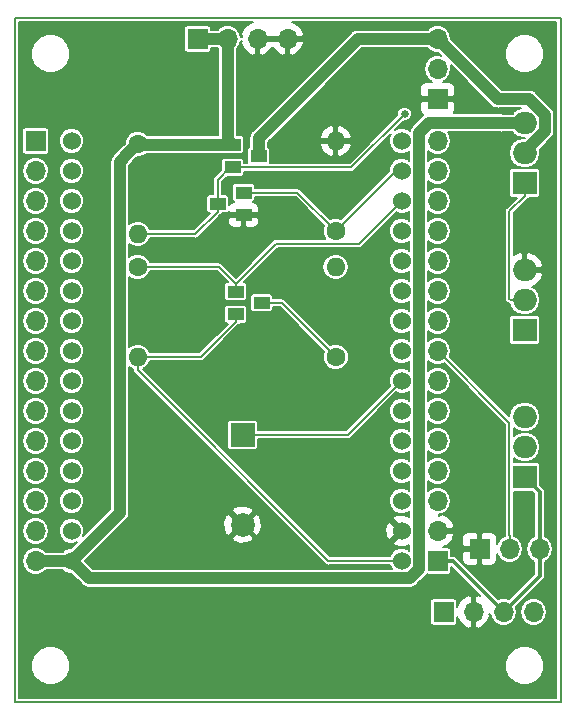
<source format=gbr>
%TF.GenerationSoftware,KiCad,Pcbnew,5.0.2-bee76a0~70~ubuntu18.04.1*%
%TF.CreationDate,2019-10-11T23:19:19+02:00*%
%TF.ProjectId,ESP8266-LolinV3-Lamp,45535038-3236-4362-9d4c-6f6c696e5633,1.0*%
%TF.SameCoordinates,Original*%
%TF.FileFunction,Copper,L2,Bot*%
%TF.FilePolarity,Positive*%
%FSLAX46Y46*%
G04 Gerber Fmt 4.6, Leading zero omitted, Abs format (unit mm)*
G04 Created by KiCad (PCBNEW 5.0.2-bee76a0~70~ubuntu18.04.1) date ven 11 ott 2019 23:19:19 CEST*
%MOMM*%
%LPD*%
G01*
G04 APERTURE LIST*
%ADD10C,0.150000*%
%ADD11O,1.600000X1.600000*%
%ADD12C,1.600000*%
%ADD13R,2.000000X1.905000*%
%ADD14O,2.000000X1.905000*%
%ADD15R,2.000000X2.000000*%
%ADD16C,2.000000*%
%ADD17O,1.700000X1.700000*%
%ADD18R,1.700000X1.700000*%
%ADD19C,1.524000*%
%ADD20R,1.400000X1.000000*%
%ADD21C,0.650000*%
%ADD22C,0.160000*%
%ADD23C,0.300000*%
%ADD24C,1.000000*%
%ADD25C,0.200000*%
G04 APERTURE END LIST*
D10*
X185674000Y-48768000D02*
X185674000Y-106680000D01*
X139446000Y-106680000D02*
X185674000Y-106680000D01*
X139446000Y-48768000D02*
X185674000Y-48768000D01*
X139446000Y-106680000D02*
X139446000Y-48768000D01*
D11*
X149860000Y-67056000D03*
D12*
X149860000Y-59436000D03*
X166624000Y-77470000D03*
D11*
X166624000Y-69850000D03*
X149860000Y-77470000D03*
D12*
X149860000Y-69850000D03*
X166624000Y-66802000D03*
D11*
X166624000Y-59182000D03*
D13*
X182626000Y-62738000D03*
D14*
X182626000Y-60198000D03*
X182626000Y-57658000D03*
D15*
X158750000Y-84074000D03*
D16*
X158750000Y-91674000D03*
D17*
X175260000Y-50546000D03*
X175260000Y-53086000D03*
D18*
X175260000Y-55626000D03*
X178816000Y-93726000D03*
D17*
X181356000Y-93726000D03*
X183896000Y-93726000D03*
X162560000Y-50546000D03*
X160020000Y-50546000D03*
X157480000Y-50546000D03*
D18*
X154940000Y-50546000D03*
X175768000Y-99060000D03*
D17*
X178308000Y-99060000D03*
X180848000Y-99060000D03*
X183388000Y-99060000D03*
X141224000Y-94742000D03*
X141224000Y-92202000D03*
X141224000Y-89662000D03*
X141224000Y-87122000D03*
X141224000Y-84582000D03*
X141224000Y-82042000D03*
X141224000Y-79502000D03*
X141224000Y-76962000D03*
X141224000Y-74422000D03*
X141224000Y-71882000D03*
X141224000Y-69342000D03*
X141224000Y-66802000D03*
X141224000Y-64262000D03*
X141224000Y-61722000D03*
D18*
X141224000Y-59182000D03*
X175260000Y-94742000D03*
D17*
X175260000Y-92202000D03*
X175260000Y-89662000D03*
X175260000Y-87122000D03*
X175260000Y-84582000D03*
X175260000Y-82042000D03*
X175260000Y-79502000D03*
X175260000Y-76962000D03*
X175260000Y-74422000D03*
X175260000Y-71882000D03*
X175260000Y-69342000D03*
X175260000Y-66802000D03*
X175260000Y-64262000D03*
X175260000Y-61722000D03*
X175260000Y-59182000D03*
D19*
X144272000Y-59182000D03*
X144272000Y-61722000D03*
X144272000Y-64262000D03*
X144272000Y-66802000D03*
X144272000Y-69342000D03*
X144272000Y-71882000D03*
X144272000Y-74422000D03*
X144272000Y-76962000D03*
X144272000Y-79502000D03*
X144272000Y-82042000D03*
X144272000Y-84582000D03*
X144272000Y-87122000D03*
X144272000Y-89662000D03*
X144272000Y-92202000D03*
X144272000Y-94742000D03*
X172212000Y-94742000D03*
X172212000Y-92202000D03*
X172212000Y-89662000D03*
X172212000Y-87122000D03*
X172212000Y-84582000D03*
X172212000Y-82042000D03*
X172212000Y-79502000D03*
X172212000Y-76962000D03*
X172212000Y-74422000D03*
X172212000Y-71882000D03*
X172212000Y-69342000D03*
X172212000Y-66802000D03*
X172212000Y-64262000D03*
X172212000Y-61722000D03*
X172212000Y-59182000D03*
D20*
X158158000Y-73848000D03*
X158158000Y-71948000D03*
X160358000Y-72898000D03*
X156634000Y-64516000D03*
X158834000Y-65466000D03*
X158834000Y-63566000D03*
X160104000Y-60452000D03*
X157904000Y-59502000D03*
X157904000Y-61402000D03*
D14*
X182626000Y-82550000D03*
X182626000Y-85090000D03*
D13*
X182626000Y-87630000D03*
X182626000Y-75184000D03*
D14*
X182626000Y-72644000D03*
X182626000Y-70104000D03*
D21*
X163576000Y-66294000D03*
X162306000Y-66294000D03*
X162306000Y-65024000D03*
X163576000Y-65024000D03*
X166878000Y-62738000D03*
X166878000Y-64008000D03*
X165862000Y-62738000D03*
X165862000Y-64008000D03*
X172466000Y-56896000D03*
D22*
X163388000Y-63566000D02*
X166624000Y-66802000D01*
X158834000Y-63566000D02*
X163388000Y-63566000D01*
X171704000Y-61722000D02*
X172212000Y-61722000D01*
X166624000Y-66802000D02*
X171704000Y-61722000D01*
X158158000Y-74508000D02*
X158158000Y-73848000D01*
X155196000Y-77470000D02*
X158158000Y-74508000D01*
X149860000Y-77470000D02*
X155196000Y-77470000D01*
D23*
X176530000Y-94742000D02*
X180848000Y-99060000D01*
X175260000Y-94742000D02*
X176530000Y-94742000D01*
X183896000Y-96012000D02*
X183896000Y-93726000D01*
X180848000Y-99060000D02*
X183896000Y-96012000D01*
X183896000Y-88900000D02*
X182626000Y-87630000D01*
X183896000Y-93726000D02*
X183896000Y-88900000D01*
D22*
X171134370Y-94742000D02*
X172212000Y-94742000D01*
X166000630Y-94742000D02*
X171134370Y-94742000D01*
X149860000Y-78601370D02*
X166000630Y-94742000D01*
X149860000Y-77470000D02*
X149860000Y-78601370D01*
X156720000Y-69850000D02*
X158158000Y-71288000D01*
X149860000Y-69850000D02*
X156720000Y-69850000D01*
X171450001Y-65023999D02*
X172212000Y-64262000D01*
X161563999Y-67882001D02*
X168591999Y-67882001D01*
X168591999Y-67882001D02*
X171450001Y-65023999D01*
X158158000Y-71288000D02*
X161563999Y-67882001D01*
X158158000Y-71948000D02*
X158158000Y-71288000D01*
X162052000Y-72898000D02*
X166624000Y-77470000D01*
X160358000Y-72898000D02*
X162052000Y-72898000D01*
D24*
X174057919Y-50546000D02*
X175260000Y-50546000D01*
X168510000Y-50546000D02*
X174057919Y-50546000D01*
X160104000Y-58952000D02*
X168510000Y-50546000D01*
X160104000Y-60452000D02*
X160104000Y-58952000D01*
X182880000Y-60198000D02*
X182832500Y-60198000D01*
X184326010Y-56973508D02*
X182978502Y-55626000D01*
X182978502Y-55626000D02*
X180340000Y-55626000D01*
X184326010Y-58342492D02*
X184326010Y-56973508D01*
X182626000Y-60198000D02*
X182626000Y-60042502D01*
X180340000Y-55626000D02*
X175260000Y-50546000D01*
X182626000Y-60042502D02*
X184326010Y-58342492D01*
D22*
X156634000Y-65176000D02*
X156634000Y-64516000D01*
X154754000Y-67056000D02*
X156634000Y-65176000D01*
X149860000Y-67056000D02*
X154754000Y-67056000D01*
X157704000Y-61402000D02*
X157904000Y-61402000D01*
X156634000Y-62472000D02*
X157704000Y-61402000D01*
X156634000Y-64516000D02*
X156634000Y-62472000D01*
X181345990Y-65130510D02*
X182626000Y-63850500D01*
X181345990Y-72523990D02*
X181345990Y-65130510D01*
X181466000Y-72644000D02*
X181345990Y-72523990D01*
X182626000Y-63850500D02*
X182626000Y-62738000D01*
X182626000Y-72644000D02*
X181466000Y-72644000D01*
X182626000Y-72644000D02*
X182673500Y-72644000D01*
X157904000Y-61402000D02*
X167960000Y-61402000D01*
X167960000Y-61402000D02*
X172466000Y-56896000D01*
D24*
X154940000Y-50546000D02*
X157480000Y-50546000D01*
X157480000Y-59078000D02*
X157904000Y-59502000D01*
X157480000Y-50546000D02*
X157480000Y-59078000D01*
X149926000Y-59502000D02*
X149860000Y-59436000D01*
X157904000Y-59502000D02*
X149926000Y-59502000D01*
X141224000Y-94742000D02*
X144272000Y-94742000D01*
X149060001Y-60235999D02*
X149860000Y-59436000D01*
X148359999Y-60936001D02*
X149060001Y-60235999D01*
X148359999Y-90654001D02*
X148359999Y-60936001D01*
X144272000Y-94742000D02*
X148359999Y-90654001D01*
X144272000Y-94742000D02*
X145734001Y-96204001D01*
X180626000Y-57658000D02*
X182626000Y-57658000D01*
X145734001Y-96204001D02*
X172913761Y-96204001D01*
X172913761Y-96204001D02*
X173674001Y-95443761D01*
X173674001Y-95443761D02*
X173674001Y-58473997D01*
X180599999Y-57631999D02*
X180626000Y-57658000D01*
X174515999Y-57631999D02*
X180599999Y-57631999D01*
X173674001Y-58473997D02*
X174515999Y-57631999D01*
D22*
X167640000Y-84074000D02*
X172212000Y-79502000D01*
X158750000Y-84074000D02*
X167640000Y-84074000D01*
X181356000Y-92523919D02*
X181356000Y-93726000D01*
X181345999Y-92513918D02*
X181356000Y-92523919D01*
X181345999Y-83047999D02*
X181345999Y-92513918D01*
X175260000Y-76962000D02*
X181345999Y-83047999D01*
D25*
G36*
X159292384Y-49282523D02*
X158864259Y-49657146D01*
X158612085Y-50167089D01*
X158722143Y-50391998D01*
X158621896Y-50391998D01*
X158563276Y-50097293D01*
X158309103Y-49716897D01*
X157928707Y-49462724D01*
X157593261Y-49396000D01*
X157366739Y-49396000D01*
X157031293Y-49462724D01*
X156650897Y-49716897D01*
X156631451Y-49746000D01*
X156095877Y-49746000D01*
X156095877Y-49696000D01*
X156072593Y-49578946D01*
X156006288Y-49479712D01*
X155907054Y-49413407D01*
X155790000Y-49390123D01*
X154090000Y-49390123D01*
X153972946Y-49413407D01*
X153873712Y-49479712D01*
X153807407Y-49578946D01*
X153784123Y-49696000D01*
X153784123Y-51396000D01*
X153807407Y-51513054D01*
X153873712Y-51612288D01*
X153972946Y-51678593D01*
X154090000Y-51701877D01*
X155790000Y-51701877D01*
X155907054Y-51678593D01*
X156006288Y-51612288D01*
X156072593Y-51513054D01*
X156095877Y-51396000D01*
X156095877Y-51346000D01*
X156631451Y-51346000D01*
X156650897Y-51375103D01*
X156680000Y-51394549D01*
X156680001Y-58702000D01*
X150681635Y-58702000D01*
X150483100Y-58503465D01*
X150078804Y-58336000D01*
X149641196Y-58336000D01*
X149236900Y-58503465D01*
X148927465Y-58812900D01*
X148760000Y-59217196D01*
X148760000Y-59404630D01*
X148550030Y-59614600D01*
X148550027Y-59614602D01*
X147850025Y-60314605D01*
X147783233Y-60359234D01*
X147738604Y-60426026D01*
X147738602Y-60426028D01*
X147657007Y-60548144D01*
X147606417Y-60623857D01*
X147578513Y-60764143D01*
X147544328Y-60936001D01*
X147560000Y-61014790D01*
X147559999Y-90322631D01*
X145238268Y-92644362D01*
X145334000Y-92413245D01*
X145334000Y-91990755D01*
X145172320Y-91600425D01*
X144873575Y-91301680D01*
X144483245Y-91140000D01*
X144060755Y-91140000D01*
X143670425Y-91301680D01*
X143371680Y-91600425D01*
X143210000Y-91990755D01*
X143210000Y-92413245D01*
X143371680Y-92803575D01*
X143670425Y-93102320D01*
X144060755Y-93264000D01*
X144483245Y-93264000D01*
X144714362Y-93168268D01*
X144202630Y-93680000D01*
X144060755Y-93680000D01*
X143670425Y-93841680D01*
X143570105Y-93942000D01*
X142072549Y-93942000D01*
X142053103Y-93912897D01*
X141672707Y-93658724D01*
X141337261Y-93592000D01*
X141110739Y-93592000D01*
X140775293Y-93658724D01*
X140394897Y-93912897D01*
X140140724Y-94293293D01*
X140051471Y-94742000D01*
X140140724Y-95190707D01*
X140394897Y-95571103D01*
X140775293Y-95825276D01*
X141110739Y-95892000D01*
X141337261Y-95892000D01*
X141672707Y-95825276D01*
X142053103Y-95571103D01*
X142072549Y-95542000D01*
X143570105Y-95542000D01*
X143670425Y-95642320D01*
X144060755Y-95804000D01*
X144202630Y-95804000D01*
X145112603Y-96713973D01*
X145157234Y-96780768D01*
X145305348Y-96879735D01*
X145421856Y-96957584D01*
X145471951Y-96967548D01*
X145655212Y-97004001D01*
X145655216Y-97004001D01*
X145734001Y-97019672D01*
X145812786Y-97004001D01*
X172834977Y-97004001D01*
X172913761Y-97019672D01*
X172992545Y-97004001D01*
X172992550Y-97004001D01*
X173225905Y-96957584D01*
X173490528Y-96780768D01*
X173535159Y-96713973D01*
X174183973Y-96065159D01*
X174250768Y-96020528D01*
X174341787Y-95884308D01*
X174410000Y-95897877D01*
X176110000Y-95897877D01*
X176227054Y-95874593D01*
X176326288Y-95808288D01*
X176392593Y-95709054D01*
X176415877Y-95592000D01*
X176415877Y-95264272D01*
X178886273Y-97734669D01*
X178686910Y-97652097D01*
X178462000Y-97763111D01*
X178462000Y-98906000D01*
X178482000Y-98906000D01*
X178482000Y-99214000D01*
X178462000Y-99214000D01*
X178462000Y-100356889D01*
X178686910Y-100467903D01*
X179035616Y-100323477D01*
X179463741Y-99948854D01*
X179715915Y-99438911D01*
X179605857Y-99214002D01*
X179706104Y-99214002D01*
X179764724Y-99508707D01*
X180018897Y-99889103D01*
X180399293Y-100143276D01*
X180734739Y-100210000D01*
X180961261Y-100210000D01*
X181296707Y-100143276D01*
X181677103Y-99889103D01*
X181931276Y-99508707D01*
X182020529Y-99060000D01*
X182215471Y-99060000D01*
X182304724Y-99508707D01*
X182558897Y-99889103D01*
X182939293Y-100143276D01*
X183274739Y-100210000D01*
X183501261Y-100210000D01*
X183836707Y-100143276D01*
X184217103Y-99889103D01*
X184471276Y-99508707D01*
X184560529Y-99060000D01*
X184471276Y-98611293D01*
X184217103Y-98230897D01*
X183836707Y-97976724D01*
X183501261Y-97910000D01*
X183274739Y-97910000D01*
X182939293Y-97976724D01*
X182558897Y-98230897D01*
X182304724Y-98611293D01*
X182215471Y-99060000D01*
X182020529Y-99060000D01*
X181931579Y-98612816D01*
X184182858Y-96361538D01*
X184220432Y-96336432D01*
X184319891Y-96187581D01*
X184346000Y-96056321D01*
X184346000Y-96056320D01*
X184354816Y-96012000D01*
X184346000Y-95967680D01*
X184346000Y-94808412D01*
X184725103Y-94555103D01*
X184979276Y-94174707D01*
X185068529Y-93726000D01*
X184979276Y-93277293D01*
X184725103Y-92896897D01*
X184346000Y-92643588D01*
X184346000Y-88944316D01*
X184354815Y-88899999D01*
X184346000Y-88855683D01*
X184346000Y-88855679D01*
X184319891Y-88724419D01*
X184220432Y-88575568D01*
X184182857Y-88550462D01*
X183931877Y-88299481D01*
X183931877Y-86677500D01*
X183908593Y-86560446D01*
X183842288Y-86461212D01*
X183743054Y-86394907D01*
X183626000Y-86371623D01*
X181725999Y-86371623D01*
X181725999Y-86026746D01*
X182089799Y-86269828D01*
X182455145Y-86342500D01*
X182796855Y-86342500D01*
X183162201Y-86269828D01*
X183576502Y-85993002D01*
X183853328Y-85578701D01*
X183950537Y-85090000D01*
X183853328Y-84601299D01*
X183576502Y-84186998D01*
X183162201Y-83910172D01*
X182796855Y-83837500D01*
X182455145Y-83837500D01*
X182089799Y-83910172D01*
X181725999Y-84153254D01*
X181725999Y-83486746D01*
X182089799Y-83729828D01*
X182455145Y-83802500D01*
X182796855Y-83802500D01*
X183162201Y-83729828D01*
X183576502Y-83453002D01*
X183853328Y-83038701D01*
X183950537Y-82550000D01*
X183853328Y-82061299D01*
X183576502Y-81646998D01*
X183162201Y-81370172D01*
X182796855Y-81297500D01*
X182455145Y-81297500D01*
X182089799Y-81370172D01*
X181675498Y-81646998D01*
X181398672Y-82061299D01*
X181315389Y-82479988D01*
X176304356Y-77468955D01*
X176343276Y-77410707D01*
X176432529Y-76962000D01*
X176343276Y-76513293D01*
X176089103Y-76132897D01*
X175708707Y-75878724D01*
X175373261Y-75812000D01*
X175146739Y-75812000D01*
X174811293Y-75878724D01*
X174474001Y-76104096D01*
X174474001Y-75279904D01*
X174811293Y-75505276D01*
X175146739Y-75572000D01*
X175373261Y-75572000D01*
X175708707Y-75505276D01*
X176089103Y-75251103D01*
X176343276Y-74870707D01*
X176432529Y-74422000D01*
X176394637Y-74231500D01*
X181320123Y-74231500D01*
X181320123Y-76136500D01*
X181343407Y-76253554D01*
X181409712Y-76352788D01*
X181508946Y-76419093D01*
X181626000Y-76442377D01*
X183626000Y-76442377D01*
X183743054Y-76419093D01*
X183842288Y-76352788D01*
X183908593Y-76253554D01*
X183931877Y-76136500D01*
X183931877Y-74231500D01*
X183908593Y-74114446D01*
X183842288Y-74015212D01*
X183743054Y-73948907D01*
X183626000Y-73925623D01*
X181626000Y-73925623D01*
X181508946Y-73948907D01*
X181409712Y-74015212D01*
X181343407Y-74114446D01*
X181320123Y-74231500D01*
X176394637Y-74231500D01*
X176343276Y-73973293D01*
X176089103Y-73592897D01*
X175708707Y-73338724D01*
X175373261Y-73272000D01*
X175146739Y-73272000D01*
X174811293Y-73338724D01*
X174474001Y-73564096D01*
X174474001Y-72739904D01*
X174811293Y-72965276D01*
X175146739Y-73032000D01*
X175373261Y-73032000D01*
X175708707Y-72965276D01*
X176089103Y-72711103D01*
X176343276Y-72330707D01*
X176432529Y-71882000D01*
X176343276Y-71433293D01*
X176089103Y-71052897D01*
X175708707Y-70798724D01*
X175373261Y-70732000D01*
X175146739Y-70732000D01*
X174811293Y-70798724D01*
X174474001Y-71024096D01*
X174474001Y-70199904D01*
X174811293Y-70425276D01*
X175146739Y-70492000D01*
X175373261Y-70492000D01*
X175708707Y-70425276D01*
X176089103Y-70171103D01*
X176343276Y-69790707D01*
X176432529Y-69342000D01*
X176343276Y-68893293D01*
X176089103Y-68512897D01*
X175708707Y-68258724D01*
X175373261Y-68192000D01*
X175146739Y-68192000D01*
X174811293Y-68258724D01*
X174474001Y-68484096D01*
X174474001Y-67659904D01*
X174811293Y-67885276D01*
X175146739Y-67952000D01*
X175373261Y-67952000D01*
X175708707Y-67885276D01*
X176089103Y-67631103D01*
X176343276Y-67250707D01*
X176432529Y-66802000D01*
X176343276Y-66353293D01*
X176089103Y-65972897D01*
X175708707Y-65718724D01*
X175373261Y-65652000D01*
X175146739Y-65652000D01*
X174811293Y-65718724D01*
X174474001Y-65944096D01*
X174474001Y-65119904D01*
X174811293Y-65345276D01*
X175146739Y-65412000D01*
X175373261Y-65412000D01*
X175708707Y-65345276D01*
X176030126Y-65130510D01*
X180958547Y-65130510D01*
X180965991Y-65167934D01*
X180965990Y-72486571D01*
X180958547Y-72523990D01*
X180965990Y-72561409D01*
X180965990Y-72561413D01*
X180988038Y-72672257D01*
X181072026Y-72797954D01*
X181103754Y-72819154D01*
X181170836Y-72886236D01*
X181192036Y-72917964D01*
X181317732Y-73001952D01*
X181374927Y-73013329D01*
X181398672Y-73132701D01*
X181675498Y-73547002D01*
X182089799Y-73823828D01*
X182455145Y-73896500D01*
X182796855Y-73896500D01*
X183162201Y-73823828D01*
X183576502Y-73547002D01*
X183853328Y-73132701D01*
X183950537Y-72644000D01*
X183853328Y-72155299D01*
X183576502Y-71740998D01*
X183248460Y-71521808D01*
X183576919Y-71374417D01*
X183994318Y-70931989D01*
X184183174Y-70499028D01*
X184073556Y-70258000D01*
X182780000Y-70258000D01*
X182780000Y-70278000D01*
X182472000Y-70278000D01*
X182472000Y-70258000D01*
X182452000Y-70258000D01*
X182452000Y-69950000D01*
X182472000Y-69950000D01*
X182472000Y-68700756D01*
X182780000Y-68700756D01*
X182780000Y-69950000D01*
X184073556Y-69950000D01*
X184183174Y-69708972D01*
X183994318Y-69276011D01*
X183576919Y-68833583D01*
X183021983Y-68584564D01*
X182780000Y-68700756D01*
X182472000Y-68700756D01*
X182230017Y-68584564D01*
X181725990Y-68810738D01*
X181725990Y-65287910D01*
X182868239Y-64145662D01*
X182899964Y-64124464D01*
X182983952Y-63998768D01*
X182984428Y-63996377D01*
X183626000Y-63996377D01*
X183743054Y-63973093D01*
X183842288Y-63906788D01*
X183908593Y-63807554D01*
X183931877Y-63690500D01*
X183931877Y-61785500D01*
X183908593Y-61668446D01*
X183842288Y-61569212D01*
X183743054Y-61502907D01*
X183626000Y-61479623D01*
X181626000Y-61479623D01*
X181508946Y-61502907D01*
X181409712Y-61569212D01*
X181343407Y-61668446D01*
X181320123Y-61785500D01*
X181320123Y-63690500D01*
X181343407Y-63807554D01*
X181409712Y-63906788D01*
X181508946Y-63973093D01*
X181626000Y-63996377D01*
X181942722Y-63996377D01*
X181103752Y-64835348D01*
X181072027Y-64856546D01*
X181050829Y-64888271D01*
X181050827Y-64888273D01*
X180988039Y-64982242D01*
X180958547Y-65130510D01*
X176030126Y-65130510D01*
X176089103Y-65091103D01*
X176343276Y-64710707D01*
X176432529Y-64262000D01*
X176343276Y-63813293D01*
X176089103Y-63432897D01*
X175708707Y-63178724D01*
X175373261Y-63112000D01*
X175146739Y-63112000D01*
X174811293Y-63178724D01*
X174474001Y-63404096D01*
X174474001Y-62579904D01*
X174811293Y-62805276D01*
X175146739Y-62872000D01*
X175373261Y-62872000D01*
X175708707Y-62805276D01*
X176089103Y-62551103D01*
X176343276Y-62170707D01*
X176432529Y-61722000D01*
X176343276Y-61273293D01*
X176089103Y-60892897D01*
X175708707Y-60638724D01*
X175373261Y-60572000D01*
X175146739Y-60572000D01*
X174811293Y-60638724D01*
X174474001Y-60864096D01*
X174474001Y-60039904D01*
X174811293Y-60265276D01*
X175146739Y-60332000D01*
X175373261Y-60332000D01*
X175708707Y-60265276D01*
X176089103Y-60011103D01*
X176343276Y-59630707D01*
X176432529Y-59182000D01*
X176343276Y-58733293D01*
X176141957Y-58431999D01*
X180416495Y-58431999D01*
X180547211Y-58458000D01*
X180547216Y-58458000D01*
X180626000Y-58473671D01*
X180704784Y-58458000D01*
X181606675Y-58458000D01*
X181675498Y-58561002D01*
X182089799Y-58837828D01*
X182455145Y-58910500D01*
X182626632Y-58910500D01*
X182591632Y-58945500D01*
X182455145Y-58945500D01*
X182089799Y-59018172D01*
X181675498Y-59294998D01*
X181398672Y-59709299D01*
X181301463Y-60198000D01*
X181398672Y-60686701D01*
X181675498Y-61101002D01*
X182089799Y-61377828D01*
X182455145Y-61450500D01*
X182796855Y-61450500D01*
X183162201Y-61377828D01*
X183576502Y-61101002D01*
X183853328Y-60686701D01*
X183950537Y-60198000D01*
X183892690Y-59907183D01*
X184835985Y-58963888D01*
X184902777Y-58919259D01*
X185079593Y-58654636D01*
X185126010Y-58421281D01*
X185126010Y-58421277D01*
X185141681Y-58342493D01*
X185126010Y-58263709D01*
X185126010Y-57052291D01*
X185141681Y-56973507D01*
X185126010Y-56894723D01*
X185126010Y-56894719D01*
X185079593Y-56661364D01*
X184902777Y-56396741D01*
X184835984Y-56352111D01*
X183599900Y-55116028D01*
X183555269Y-55049233D01*
X183290646Y-54872417D01*
X183057291Y-54826000D01*
X183057286Y-54826000D01*
X182978502Y-54810329D01*
X182899718Y-54826000D01*
X180671371Y-54826000D01*
X177333166Y-51487795D01*
X180976000Y-51487795D01*
X180976000Y-52144205D01*
X181227198Y-52750650D01*
X181691350Y-53214802D01*
X182297795Y-53466000D01*
X182954205Y-53466000D01*
X183560650Y-53214802D01*
X184024802Y-52750650D01*
X184276000Y-52144205D01*
X184276000Y-51487795D01*
X184024802Y-50881350D01*
X183560650Y-50417198D01*
X182954205Y-50166000D01*
X182297795Y-50166000D01*
X181691350Y-50417198D01*
X181227198Y-50881350D01*
X180976000Y-51487795D01*
X177333166Y-51487795D01*
X176425700Y-50580330D01*
X176432529Y-50546000D01*
X176343276Y-50097293D01*
X176089103Y-49716897D01*
X175708707Y-49462724D01*
X175373261Y-49396000D01*
X175146739Y-49396000D01*
X174811293Y-49462724D01*
X174430897Y-49716897D01*
X174411451Y-49746000D01*
X168588783Y-49746000D01*
X168509999Y-49730329D01*
X168431215Y-49746000D01*
X168431211Y-49746000D01*
X168197856Y-49792417D01*
X167933233Y-49969233D01*
X167888604Y-50036025D01*
X159594026Y-58330604D01*
X159527234Y-58375233D01*
X159482605Y-58442025D01*
X159482603Y-58442027D01*
X159350418Y-58639856D01*
X159288329Y-58952000D01*
X159304001Y-59030788D01*
X159304001Y-59666015D01*
X159286946Y-59669407D01*
X159187712Y-59735712D01*
X159121407Y-59834946D01*
X159098123Y-59952000D01*
X159098123Y-60952000D01*
X159112047Y-61022000D01*
X158909877Y-61022000D01*
X158909877Y-60902000D01*
X158886593Y-60784946D01*
X158820288Y-60685712D01*
X158721054Y-60619407D01*
X158604000Y-60596123D01*
X157204000Y-60596123D01*
X157086946Y-60619407D01*
X156987712Y-60685712D01*
X156921407Y-60784946D01*
X156898123Y-60902000D01*
X156898123Y-61670477D01*
X156391762Y-62176838D01*
X156360037Y-62198036D01*
X156338839Y-62229761D01*
X156338837Y-62229763D01*
X156276049Y-62323732D01*
X156246557Y-62472000D01*
X156254001Y-62509424D01*
X156254000Y-63710123D01*
X155934000Y-63710123D01*
X155816946Y-63733407D01*
X155717712Y-63799712D01*
X155651407Y-63898946D01*
X155628123Y-64016000D01*
X155628123Y-65016000D01*
X155651407Y-65133054D01*
X155717712Y-65232288D01*
X155816946Y-65298593D01*
X155934000Y-65321877D01*
X155950722Y-65321877D01*
X154596600Y-66676000D01*
X150905963Y-66676000D01*
X150896177Y-66626801D01*
X150653056Y-66262944D01*
X150289199Y-66019823D01*
X149968339Y-65956000D01*
X149751661Y-65956000D01*
X149430801Y-66019823D01*
X149159999Y-66200767D01*
X149159999Y-61267371D01*
X149681398Y-60745973D01*
X149681400Y-60745970D01*
X149891370Y-60536000D01*
X150078804Y-60536000D01*
X150483100Y-60368535D01*
X150549635Y-60302000D01*
X157174455Y-60302000D01*
X157204000Y-60307877D01*
X157854757Y-60307877D01*
X157904000Y-60317672D01*
X157953243Y-60307877D01*
X158604000Y-60307877D01*
X158721054Y-60284593D01*
X158820288Y-60218288D01*
X158886593Y-60119054D01*
X158909877Y-60002000D01*
X158909877Y-59002000D01*
X158886593Y-58884946D01*
X158820288Y-58785712D01*
X158721054Y-58719407D01*
X158604000Y-58696123D01*
X158280000Y-58696123D01*
X158280000Y-51394549D01*
X158309103Y-51375103D01*
X158563276Y-50994707D01*
X158621896Y-50700002D01*
X158722143Y-50700002D01*
X158612085Y-50924911D01*
X158864259Y-51434854D01*
X159292384Y-51809477D01*
X159641090Y-51953903D01*
X159866000Y-51842889D01*
X159866000Y-50700000D01*
X160174000Y-50700000D01*
X160174000Y-51842889D01*
X160398910Y-51953903D01*
X160747616Y-51809477D01*
X161175741Y-51434854D01*
X161290000Y-51203801D01*
X161404259Y-51434854D01*
X161832384Y-51809477D01*
X162181090Y-51953903D01*
X162406000Y-51842889D01*
X162406000Y-50700000D01*
X162714000Y-50700000D01*
X162714000Y-51842889D01*
X162938910Y-51953903D01*
X163287616Y-51809477D01*
X163715741Y-51434854D01*
X163967915Y-50924911D01*
X163857856Y-50700000D01*
X162714000Y-50700000D01*
X162406000Y-50700000D01*
X160174000Y-50700000D01*
X159866000Y-50700000D01*
X159846000Y-50700000D01*
X159846000Y-50392000D01*
X159866000Y-50392000D01*
X159866000Y-50372000D01*
X160174000Y-50372000D01*
X160174000Y-50392000D01*
X162406000Y-50392000D01*
X162406000Y-50372000D01*
X162714000Y-50372000D01*
X162714000Y-50392000D01*
X163857856Y-50392000D01*
X163967915Y-50167089D01*
X163715741Y-49657146D01*
X163287616Y-49282523D01*
X162950748Y-49143000D01*
X185299000Y-49143000D01*
X185299001Y-106305000D01*
X139821000Y-106305000D01*
X139821000Y-103303795D01*
X140844000Y-103303795D01*
X140844000Y-103960205D01*
X141095198Y-104566650D01*
X141559350Y-105030802D01*
X142165795Y-105282000D01*
X142822205Y-105282000D01*
X143428650Y-105030802D01*
X143892802Y-104566650D01*
X144144000Y-103960205D01*
X144144000Y-103303795D01*
X180976000Y-103303795D01*
X180976000Y-103960205D01*
X181227198Y-104566650D01*
X181691350Y-105030802D01*
X182297795Y-105282000D01*
X182954205Y-105282000D01*
X183560650Y-105030802D01*
X184024802Y-104566650D01*
X184276000Y-103960205D01*
X184276000Y-103303795D01*
X184024802Y-102697350D01*
X183560650Y-102233198D01*
X182954205Y-101982000D01*
X182297795Y-101982000D01*
X181691350Y-102233198D01*
X181227198Y-102697350D01*
X180976000Y-103303795D01*
X144144000Y-103303795D01*
X143892802Y-102697350D01*
X143428650Y-102233198D01*
X142822205Y-101982000D01*
X142165795Y-101982000D01*
X141559350Y-102233198D01*
X141095198Y-102697350D01*
X140844000Y-103303795D01*
X139821000Y-103303795D01*
X139821000Y-98210000D01*
X174612123Y-98210000D01*
X174612123Y-99910000D01*
X174635407Y-100027054D01*
X174701712Y-100126288D01*
X174800946Y-100192593D01*
X174918000Y-100215877D01*
X176618000Y-100215877D01*
X176735054Y-100192593D01*
X176834288Y-100126288D01*
X176900593Y-100027054D01*
X176923877Y-99910000D01*
X176923877Y-99487023D01*
X177152259Y-99948854D01*
X177580384Y-100323477D01*
X177929090Y-100467903D01*
X178154000Y-100356889D01*
X178154000Y-99214000D01*
X178134000Y-99214000D01*
X178134000Y-98906000D01*
X178154000Y-98906000D01*
X178154000Y-97763111D01*
X177929090Y-97652097D01*
X177580384Y-97796523D01*
X177152259Y-98171146D01*
X176923877Y-98632977D01*
X176923877Y-98210000D01*
X176900593Y-98092946D01*
X176834288Y-97993712D01*
X176735054Y-97927407D01*
X176618000Y-97904123D01*
X174918000Y-97904123D01*
X174800946Y-97927407D01*
X174701712Y-97993712D01*
X174635407Y-98092946D01*
X174612123Y-98210000D01*
X139821000Y-98210000D01*
X139821000Y-92202000D01*
X140051471Y-92202000D01*
X140140724Y-92650707D01*
X140394897Y-93031103D01*
X140775293Y-93285276D01*
X141110739Y-93352000D01*
X141337261Y-93352000D01*
X141672707Y-93285276D01*
X142053103Y-93031103D01*
X142307276Y-92650707D01*
X142396529Y-92202000D01*
X142307276Y-91753293D01*
X142053103Y-91372897D01*
X141672707Y-91118724D01*
X141337261Y-91052000D01*
X141110739Y-91052000D01*
X140775293Y-91118724D01*
X140394897Y-91372897D01*
X140140724Y-91753293D01*
X140051471Y-92202000D01*
X139821000Y-92202000D01*
X139821000Y-89662000D01*
X140051471Y-89662000D01*
X140140724Y-90110707D01*
X140394897Y-90491103D01*
X140775293Y-90745276D01*
X141110739Y-90812000D01*
X141337261Y-90812000D01*
X141672707Y-90745276D01*
X142053103Y-90491103D01*
X142307276Y-90110707D01*
X142396529Y-89662000D01*
X142354510Y-89450755D01*
X143210000Y-89450755D01*
X143210000Y-89873245D01*
X143371680Y-90263575D01*
X143670425Y-90562320D01*
X144060755Y-90724000D01*
X144483245Y-90724000D01*
X144873575Y-90562320D01*
X145172320Y-90263575D01*
X145334000Y-89873245D01*
X145334000Y-89450755D01*
X145172320Y-89060425D01*
X144873575Y-88761680D01*
X144483245Y-88600000D01*
X144060755Y-88600000D01*
X143670425Y-88761680D01*
X143371680Y-89060425D01*
X143210000Y-89450755D01*
X142354510Y-89450755D01*
X142307276Y-89213293D01*
X142053103Y-88832897D01*
X141672707Y-88578724D01*
X141337261Y-88512000D01*
X141110739Y-88512000D01*
X140775293Y-88578724D01*
X140394897Y-88832897D01*
X140140724Y-89213293D01*
X140051471Y-89662000D01*
X139821000Y-89662000D01*
X139821000Y-87122000D01*
X140051471Y-87122000D01*
X140140724Y-87570707D01*
X140394897Y-87951103D01*
X140775293Y-88205276D01*
X141110739Y-88272000D01*
X141337261Y-88272000D01*
X141672707Y-88205276D01*
X142053103Y-87951103D01*
X142307276Y-87570707D01*
X142396529Y-87122000D01*
X142354510Y-86910755D01*
X143210000Y-86910755D01*
X143210000Y-87333245D01*
X143371680Y-87723575D01*
X143670425Y-88022320D01*
X144060755Y-88184000D01*
X144483245Y-88184000D01*
X144873575Y-88022320D01*
X145172320Y-87723575D01*
X145334000Y-87333245D01*
X145334000Y-86910755D01*
X145172320Y-86520425D01*
X144873575Y-86221680D01*
X144483245Y-86060000D01*
X144060755Y-86060000D01*
X143670425Y-86221680D01*
X143371680Y-86520425D01*
X143210000Y-86910755D01*
X142354510Y-86910755D01*
X142307276Y-86673293D01*
X142053103Y-86292897D01*
X141672707Y-86038724D01*
X141337261Y-85972000D01*
X141110739Y-85972000D01*
X140775293Y-86038724D01*
X140394897Y-86292897D01*
X140140724Y-86673293D01*
X140051471Y-87122000D01*
X139821000Y-87122000D01*
X139821000Y-84582000D01*
X140051471Y-84582000D01*
X140140724Y-85030707D01*
X140394897Y-85411103D01*
X140775293Y-85665276D01*
X141110739Y-85732000D01*
X141337261Y-85732000D01*
X141672707Y-85665276D01*
X142053103Y-85411103D01*
X142307276Y-85030707D01*
X142396529Y-84582000D01*
X142354510Y-84370755D01*
X143210000Y-84370755D01*
X143210000Y-84793245D01*
X143371680Y-85183575D01*
X143670425Y-85482320D01*
X144060755Y-85644000D01*
X144483245Y-85644000D01*
X144873575Y-85482320D01*
X145172320Y-85183575D01*
X145334000Y-84793245D01*
X145334000Y-84370755D01*
X145172320Y-83980425D01*
X144873575Y-83681680D01*
X144483245Y-83520000D01*
X144060755Y-83520000D01*
X143670425Y-83681680D01*
X143371680Y-83980425D01*
X143210000Y-84370755D01*
X142354510Y-84370755D01*
X142307276Y-84133293D01*
X142053103Y-83752897D01*
X141672707Y-83498724D01*
X141337261Y-83432000D01*
X141110739Y-83432000D01*
X140775293Y-83498724D01*
X140394897Y-83752897D01*
X140140724Y-84133293D01*
X140051471Y-84582000D01*
X139821000Y-84582000D01*
X139821000Y-82042000D01*
X140051471Y-82042000D01*
X140140724Y-82490707D01*
X140394897Y-82871103D01*
X140775293Y-83125276D01*
X141110739Y-83192000D01*
X141337261Y-83192000D01*
X141672707Y-83125276D01*
X142053103Y-82871103D01*
X142307276Y-82490707D01*
X142396529Y-82042000D01*
X142354510Y-81830755D01*
X143210000Y-81830755D01*
X143210000Y-82253245D01*
X143371680Y-82643575D01*
X143670425Y-82942320D01*
X144060755Y-83104000D01*
X144483245Y-83104000D01*
X144873575Y-82942320D01*
X145172320Y-82643575D01*
X145334000Y-82253245D01*
X145334000Y-81830755D01*
X145172320Y-81440425D01*
X144873575Y-81141680D01*
X144483245Y-80980000D01*
X144060755Y-80980000D01*
X143670425Y-81141680D01*
X143371680Y-81440425D01*
X143210000Y-81830755D01*
X142354510Y-81830755D01*
X142307276Y-81593293D01*
X142053103Y-81212897D01*
X141672707Y-80958724D01*
X141337261Y-80892000D01*
X141110739Y-80892000D01*
X140775293Y-80958724D01*
X140394897Y-81212897D01*
X140140724Y-81593293D01*
X140051471Y-82042000D01*
X139821000Y-82042000D01*
X139821000Y-79502000D01*
X140051471Y-79502000D01*
X140140724Y-79950707D01*
X140394897Y-80331103D01*
X140775293Y-80585276D01*
X141110739Y-80652000D01*
X141337261Y-80652000D01*
X141672707Y-80585276D01*
X142053103Y-80331103D01*
X142307276Y-79950707D01*
X142396529Y-79502000D01*
X142354510Y-79290755D01*
X143210000Y-79290755D01*
X143210000Y-79713245D01*
X143371680Y-80103575D01*
X143670425Y-80402320D01*
X144060755Y-80564000D01*
X144483245Y-80564000D01*
X144873575Y-80402320D01*
X145172320Y-80103575D01*
X145334000Y-79713245D01*
X145334000Y-79290755D01*
X145172320Y-78900425D01*
X144873575Y-78601680D01*
X144483245Y-78440000D01*
X144060755Y-78440000D01*
X143670425Y-78601680D01*
X143371680Y-78900425D01*
X143210000Y-79290755D01*
X142354510Y-79290755D01*
X142307276Y-79053293D01*
X142053103Y-78672897D01*
X141672707Y-78418724D01*
X141337261Y-78352000D01*
X141110739Y-78352000D01*
X140775293Y-78418724D01*
X140394897Y-78672897D01*
X140140724Y-79053293D01*
X140051471Y-79502000D01*
X139821000Y-79502000D01*
X139821000Y-76962000D01*
X140051471Y-76962000D01*
X140140724Y-77410707D01*
X140394897Y-77791103D01*
X140775293Y-78045276D01*
X141110739Y-78112000D01*
X141337261Y-78112000D01*
X141672707Y-78045276D01*
X142053103Y-77791103D01*
X142307276Y-77410707D01*
X142396529Y-76962000D01*
X142354510Y-76750755D01*
X143210000Y-76750755D01*
X143210000Y-77173245D01*
X143371680Y-77563575D01*
X143670425Y-77862320D01*
X144060755Y-78024000D01*
X144483245Y-78024000D01*
X144873575Y-77862320D01*
X145172320Y-77563575D01*
X145334000Y-77173245D01*
X145334000Y-76750755D01*
X145172320Y-76360425D01*
X144873575Y-76061680D01*
X144483245Y-75900000D01*
X144060755Y-75900000D01*
X143670425Y-76061680D01*
X143371680Y-76360425D01*
X143210000Y-76750755D01*
X142354510Y-76750755D01*
X142307276Y-76513293D01*
X142053103Y-76132897D01*
X141672707Y-75878724D01*
X141337261Y-75812000D01*
X141110739Y-75812000D01*
X140775293Y-75878724D01*
X140394897Y-76132897D01*
X140140724Y-76513293D01*
X140051471Y-76962000D01*
X139821000Y-76962000D01*
X139821000Y-74422000D01*
X140051471Y-74422000D01*
X140140724Y-74870707D01*
X140394897Y-75251103D01*
X140775293Y-75505276D01*
X141110739Y-75572000D01*
X141337261Y-75572000D01*
X141672707Y-75505276D01*
X142053103Y-75251103D01*
X142307276Y-74870707D01*
X142396529Y-74422000D01*
X142354510Y-74210755D01*
X143210000Y-74210755D01*
X143210000Y-74633245D01*
X143371680Y-75023575D01*
X143670425Y-75322320D01*
X144060755Y-75484000D01*
X144483245Y-75484000D01*
X144873575Y-75322320D01*
X145172320Y-75023575D01*
X145334000Y-74633245D01*
X145334000Y-74210755D01*
X145172320Y-73820425D01*
X144873575Y-73521680D01*
X144483245Y-73360000D01*
X144060755Y-73360000D01*
X143670425Y-73521680D01*
X143371680Y-73820425D01*
X143210000Y-74210755D01*
X142354510Y-74210755D01*
X142307276Y-73973293D01*
X142053103Y-73592897D01*
X141672707Y-73338724D01*
X141337261Y-73272000D01*
X141110739Y-73272000D01*
X140775293Y-73338724D01*
X140394897Y-73592897D01*
X140140724Y-73973293D01*
X140051471Y-74422000D01*
X139821000Y-74422000D01*
X139821000Y-71882000D01*
X140051471Y-71882000D01*
X140140724Y-72330707D01*
X140394897Y-72711103D01*
X140775293Y-72965276D01*
X141110739Y-73032000D01*
X141337261Y-73032000D01*
X141672707Y-72965276D01*
X142053103Y-72711103D01*
X142307276Y-72330707D01*
X142396529Y-71882000D01*
X142354510Y-71670755D01*
X143210000Y-71670755D01*
X143210000Y-72093245D01*
X143371680Y-72483575D01*
X143670425Y-72782320D01*
X144060755Y-72944000D01*
X144483245Y-72944000D01*
X144873575Y-72782320D01*
X145172320Y-72483575D01*
X145334000Y-72093245D01*
X145334000Y-71670755D01*
X145172320Y-71280425D01*
X144873575Y-70981680D01*
X144483245Y-70820000D01*
X144060755Y-70820000D01*
X143670425Y-70981680D01*
X143371680Y-71280425D01*
X143210000Y-71670755D01*
X142354510Y-71670755D01*
X142307276Y-71433293D01*
X142053103Y-71052897D01*
X141672707Y-70798724D01*
X141337261Y-70732000D01*
X141110739Y-70732000D01*
X140775293Y-70798724D01*
X140394897Y-71052897D01*
X140140724Y-71433293D01*
X140051471Y-71882000D01*
X139821000Y-71882000D01*
X139821000Y-69342000D01*
X140051471Y-69342000D01*
X140140724Y-69790707D01*
X140394897Y-70171103D01*
X140775293Y-70425276D01*
X141110739Y-70492000D01*
X141337261Y-70492000D01*
X141672707Y-70425276D01*
X142053103Y-70171103D01*
X142307276Y-69790707D01*
X142396529Y-69342000D01*
X142354510Y-69130755D01*
X143210000Y-69130755D01*
X143210000Y-69553245D01*
X143371680Y-69943575D01*
X143670425Y-70242320D01*
X144060755Y-70404000D01*
X144483245Y-70404000D01*
X144873575Y-70242320D01*
X145172320Y-69943575D01*
X145334000Y-69553245D01*
X145334000Y-69130755D01*
X145172320Y-68740425D01*
X144873575Y-68441680D01*
X144483245Y-68280000D01*
X144060755Y-68280000D01*
X143670425Y-68441680D01*
X143371680Y-68740425D01*
X143210000Y-69130755D01*
X142354510Y-69130755D01*
X142307276Y-68893293D01*
X142053103Y-68512897D01*
X141672707Y-68258724D01*
X141337261Y-68192000D01*
X141110739Y-68192000D01*
X140775293Y-68258724D01*
X140394897Y-68512897D01*
X140140724Y-68893293D01*
X140051471Y-69342000D01*
X139821000Y-69342000D01*
X139821000Y-66802000D01*
X140051471Y-66802000D01*
X140140724Y-67250707D01*
X140394897Y-67631103D01*
X140775293Y-67885276D01*
X141110739Y-67952000D01*
X141337261Y-67952000D01*
X141672707Y-67885276D01*
X142053103Y-67631103D01*
X142307276Y-67250707D01*
X142396529Y-66802000D01*
X142354510Y-66590755D01*
X143210000Y-66590755D01*
X143210000Y-67013245D01*
X143371680Y-67403575D01*
X143670425Y-67702320D01*
X144060755Y-67864000D01*
X144483245Y-67864000D01*
X144873575Y-67702320D01*
X145172320Y-67403575D01*
X145334000Y-67013245D01*
X145334000Y-66590755D01*
X145172320Y-66200425D01*
X144873575Y-65901680D01*
X144483245Y-65740000D01*
X144060755Y-65740000D01*
X143670425Y-65901680D01*
X143371680Y-66200425D01*
X143210000Y-66590755D01*
X142354510Y-66590755D01*
X142307276Y-66353293D01*
X142053103Y-65972897D01*
X141672707Y-65718724D01*
X141337261Y-65652000D01*
X141110739Y-65652000D01*
X140775293Y-65718724D01*
X140394897Y-65972897D01*
X140140724Y-66353293D01*
X140051471Y-66802000D01*
X139821000Y-66802000D01*
X139821000Y-64262000D01*
X140051471Y-64262000D01*
X140140724Y-64710707D01*
X140394897Y-65091103D01*
X140775293Y-65345276D01*
X141110739Y-65412000D01*
X141337261Y-65412000D01*
X141672707Y-65345276D01*
X142053103Y-65091103D01*
X142307276Y-64710707D01*
X142396529Y-64262000D01*
X142354510Y-64050755D01*
X143210000Y-64050755D01*
X143210000Y-64473245D01*
X143371680Y-64863575D01*
X143670425Y-65162320D01*
X144060755Y-65324000D01*
X144483245Y-65324000D01*
X144873575Y-65162320D01*
X145172320Y-64863575D01*
X145334000Y-64473245D01*
X145334000Y-64050755D01*
X145172320Y-63660425D01*
X144873575Y-63361680D01*
X144483245Y-63200000D01*
X144060755Y-63200000D01*
X143670425Y-63361680D01*
X143371680Y-63660425D01*
X143210000Y-64050755D01*
X142354510Y-64050755D01*
X142307276Y-63813293D01*
X142053103Y-63432897D01*
X141672707Y-63178724D01*
X141337261Y-63112000D01*
X141110739Y-63112000D01*
X140775293Y-63178724D01*
X140394897Y-63432897D01*
X140140724Y-63813293D01*
X140051471Y-64262000D01*
X139821000Y-64262000D01*
X139821000Y-61722000D01*
X140051471Y-61722000D01*
X140140724Y-62170707D01*
X140394897Y-62551103D01*
X140775293Y-62805276D01*
X141110739Y-62872000D01*
X141337261Y-62872000D01*
X141672707Y-62805276D01*
X142053103Y-62551103D01*
X142307276Y-62170707D01*
X142396529Y-61722000D01*
X142354510Y-61510755D01*
X143210000Y-61510755D01*
X143210000Y-61933245D01*
X143371680Y-62323575D01*
X143670425Y-62622320D01*
X144060755Y-62784000D01*
X144483245Y-62784000D01*
X144873575Y-62622320D01*
X145172320Y-62323575D01*
X145334000Y-61933245D01*
X145334000Y-61510755D01*
X145172320Y-61120425D01*
X144873575Y-60821680D01*
X144483245Y-60660000D01*
X144060755Y-60660000D01*
X143670425Y-60821680D01*
X143371680Y-61120425D01*
X143210000Y-61510755D01*
X142354510Y-61510755D01*
X142307276Y-61273293D01*
X142053103Y-60892897D01*
X141672707Y-60638724D01*
X141337261Y-60572000D01*
X141110739Y-60572000D01*
X140775293Y-60638724D01*
X140394897Y-60892897D01*
X140140724Y-61273293D01*
X140051471Y-61722000D01*
X139821000Y-61722000D01*
X139821000Y-58332000D01*
X140068123Y-58332000D01*
X140068123Y-60032000D01*
X140091407Y-60149054D01*
X140157712Y-60248288D01*
X140256946Y-60314593D01*
X140374000Y-60337877D01*
X142074000Y-60337877D01*
X142191054Y-60314593D01*
X142290288Y-60248288D01*
X142356593Y-60149054D01*
X142379877Y-60032000D01*
X142379877Y-58970755D01*
X143210000Y-58970755D01*
X143210000Y-59393245D01*
X143371680Y-59783575D01*
X143670425Y-60082320D01*
X144060755Y-60244000D01*
X144483245Y-60244000D01*
X144873575Y-60082320D01*
X145172320Y-59783575D01*
X145334000Y-59393245D01*
X145334000Y-58970755D01*
X145172320Y-58580425D01*
X144873575Y-58281680D01*
X144483245Y-58120000D01*
X144060755Y-58120000D01*
X143670425Y-58281680D01*
X143371680Y-58580425D01*
X143210000Y-58970755D01*
X142379877Y-58970755D01*
X142379877Y-58332000D01*
X142356593Y-58214946D01*
X142290288Y-58115712D01*
X142191054Y-58049407D01*
X142074000Y-58026123D01*
X140374000Y-58026123D01*
X140256946Y-58049407D01*
X140157712Y-58115712D01*
X140091407Y-58214946D01*
X140068123Y-58332000D01*
X139821000Y-58332000D01*
X139821000Y-51487795D01*
X140844000Y-51487795D01*
X140844000Y-52144205D01*
X141095198Y-52750650D01*
X141559350Y-53214802D01*
X142165795Y-53466000D01*
X142822205Y-53466000D01*
X143428650Y-53214802D01*
X143892802Y-52750650D01*
X144144000Y-52144205D01*
X144144000Y-51487795D01*
X143892802Y-50881350D01*
X143428650Y-50417198D01*
X142822205Y-50166000D01*
X142165795Y-50166000D01*
X141559350Y-50417198D01*
X141095198Y-50881350D01*
X140844000Y-51487795D01*
X139821000Y-51487795D01*
X139821000Y-49143000D01*
X159629252Y-49143000D01*
X159292384Y-49282523D01*
X159292384Y-49282523D01*
G37*
X159292384Y-49282523D02*
X158864259Y-49657146D01*
X158612085Y-50167089D01*
X158722143Y-50391998D01*
X158621896Y-50391998D01*
X158563276Y-50097293D01*
X158309103Y-49716897D01*
X157928707Y-49462724D01*
X157593261Y-49396000D01*
X157366739Y-49396000D01*
X157031293Y-49462724D01*
X156650897Y-49716897D01*
X156631451Y-49746000D01*
X156095877Y-49746000D01*
X156095877Y-49696000D01*
X156072593Y-49578946D01*
X156006288Y-49479712D01*
X155907054Y-49413407D01*
X155790000Y-49390123D01*
X154090000Y-49390123D01*
X153972946Y-49413407D01*
X153873712Y-49479712D01*
X153807407Y-49578946D01*
X153784123Y-49696000D01*
X153784123Y-51396000D01*
X153807407Y-51513054D01*
X153873712Y-51612288D01*
X153972946Y-51678593D01*
X154090000Y-51701877D01*
X155790000Y-51701877D01*
X155907054Y-51678593D01*
X156006288Y-51612288D01*
X156072593Y-51513054D01*
X156095877Y-51396000D01*
X156095877Y-51346000D01*
X156631451Y-51346000D01*
X156650897Y-51375103D01*
X156680000Y-51394549D01*
X156680001Y-58702000D01*
X150681635Y-58702000D01*
X150483100Y-58503465D01*
X150078804Y-58336000D01*
X149641196Y-58336000D01*
X149236900Y-58503465D01*
X148927465Y-58812900D01*
X148760000Y-59217196D01*
X148760000Y-59404630D01*
X148550030Y-59614600D01*
X148550027Y-59614602D01*
X147850025Y-60314605D01*
X147783233Y-60359234D01*
X147738604Y-60426026D01*
X147738602Y-60426028D01*
X147657007Y-60548144D01*
X147606417Y-60623857D01*
X147578513Y-60764143D01*
X147544328Y-60936001D01*
X147560000Y-61014790D01*
X147559999Y-90322631D01*
X145238268Y-92644362D01*
X145334000Y-92413245D01*
X145334000Y-91990755D01*
X145172320Y-91600425D01*
X144873575Y-91301680D01*
X144483245Y-91140000D01*
X144060755Y-91140000D01*
X143670425Y-91301680D01*
X143371680Y-91600425D01*
X143210000Y-91990755D01*
X143210000Y-92413245D01*
X143371680Y-92803575D01*
X143670425Y-93102320D01*
X144060755Y-93264000D01*
X144483245Y-93264000D01*
X144714362Y-93168268D01*
X144202630Y-93680000D01*
X144060755Y-93680000D01*
X143670425Y-93841680D01*
X143570105Y-93942000D01*
X142072549Y-93942000D01*
X142053103Y-93912897D01*
X141672707Y-93658724D01*
X141337261Y-93592000D01*
X141110739Y-93592000D01*
X140775293Y-93658724D01*
X140394897Y-93912897D01*
X140140724Y-94293293D01*
X140051471Y-94742000D01*
X140140724Y-95190707D01*
X140394897Y-95571103D01*
X140775293Y-95825276D01*
X141110739Y-95892000D01*
X141337261Y-95892000D01*
X141672707Y-95825276D01*
X142053103Y-95571103D01*
X142072549Y-95542000D01*
X143570105Y-95542000D01*
X143670425Y-95642320D01*
X144060755Y-95804000D01*
X144202630Y-95804000D01*
X145112603Y-96713973D01*
X145157234Y-96780768D01*
X145305348Y-96879735D01*
X145421856Y-96957584D01*
X145471951Y-96967548D01*
X145655212Y-97004001D01*
X145655216Y-97004001D01*
X145734001Y-97019672D01*
X145812786Y-97004001D01*
X172834977Y-97004001D01*
X172913761Y-97019672D01*
X172992545Y-97004001D01*
X172992550Y-97004001D01*
X173225905Y-96957584D01*
X173490528Y-96780768D01*
X173535159Y-96713973D01*
X174183973Y-96065159D01*
X174250768Y-96020528D01*
X174341787Y-95884308D01*
X174410000Y-95897877D01*
X176110000Y-95897877D01*
X176227054Y-95874593D01*
X176326288Y-95808288D01*
X176392593Y-95709054D01*
X176415877Y-95592000D01*
X176415877Y-95264272D01*
X178886273Y-97734669D01*
X178686910Y-97652097D01*
X178462000Y-97763111D01*
X178462000Y-98906000D01*
X178482000Y-98906000D01*
X178482000Y-99214000D01*
X178462000Y-99214000D01*
X178462000Y-100356889D01*
X178686910Y-100467903D01*
X179035616Y-100323477D01*
X179463741Y-99948854D01*
X179715915Y-99438911D01*
X179605857Y-99214002D01*
X179706104Y-99214002D01*
X179764724Y-99508707D01*
X180018897Y-99889103D01*
X180399293Y-100143276D01*
X180734739Y-100210000D01*
X180961261Y-100210000D01*
X181296707Y-100143276D01*
X181677103Y-99889103D01*
X181931276Y-99508707D01*
X182020529Y-99060000D01*
X182215471Y-99060000D01*
X182304724Y-99508707D01*
X182558897Y-99889103D01*
X182939293Y-100143276D01*
X183274739Y-100210000D01*
X183501261Y-100210000D01*
X183836707Y-100143276D01*
X184217103Y-99889103D01*
X184471276Y-99508707D01*
X184560529Y-99060000D01*
X184471276Y-98611293D01*
X184217103Y-98230897D01*
X183836707Y-97976724D01*
X183501261Y-97910000D01*
X183274739Y-97910000D01*
X182939293Y-97976724D01*
X182558897Y-98230897D01*
X182304724Y-98611293D01*
X182215471Y-99060000D01*
X182020529Y-99060000D01*
X181931579Y-98612816D01*
X184182858Y-96361538D01*
X184220432Y-96336432D01*
X184319891Y-96187581D01*
X184346000Y-96056321D01*
X184346000Y-96056320D01*
X184354816Y-96012000D01*
X184346000Y-95967680D01*
X184346000Y-94808412D01*
X184725103Y-94555103D01*
X184979276Y-94174707D01*
X185068529Y-93726000D01*
X184979276Y-93277293D01*
X184725103Y-92896897D01*
X184346000Y-92643588D01*
X184346000Y-88944316D01*
X184354815Y-88899999D01*
X184346000Y-88855683D01*
X184346000Y-88855679D01*
X184319891Y-88724419D01*
X184220432Y-88575568D01*
X184182857Y-88550462D01*
X183931877Y-88299481D01*
X183931877Y-86677500D01*
X183908593Y-86560446D01*
X183842288Y-86461212D01*
X183743054Y-86394907D01*
X183626000Y-86371623D01*
X181725999Y-86371623D01*
X181725999Y-86026746D01*
X182089799Y-86269828D01*
X182455145Y-86342500D01*
X182796855Y-86342500D01*
X183162201Y-86269828D01*
X183576502Y-85993002D01*
X183853328Y-85578701D01*
X183950537Y-85090000D01*
X183853328Y-84601299D01*
X183576502Y-84186998D01*
X183162201Y-83910172D01*
X182796855Y-83837500D01*
X182455145Y-83837500D01*
X182089799Y-83910172D01*
X181725999Y-84153254D01*
X181725999Y-83486746D01*
X182089799Y-83729828D01*
X182455145Y-83802500D01*
X182796855Y-83802500D01*
X183162201Y-83729828D01*
X183576502Y-83453002D01*
X183853328Y-83038701D01*
X183950537Y-82550000D01*
X183853328Y-82061299D01*
X183576502Y-81646998D01*
X183162201Y-81370172D01*
X182796855Y-81297500D01*
X182455145Y-81297500D01*
X182089799Y-81370172D01*
X181675498Y-81646998D01*
X181398672Y-82061299D01*
X181315389Y-82479988D01*
X176304356Y-77468955D01*
X176343276Y-77410707D01*
X176432529Y-76962000D01*
X176343276Y-76513293D01*
X176089103Y-76132897D01*
X175708707Y-75878724D01*
X175373261Y-75812000D01*
X175146739Y-75812000D01*
X174811293Y-75878724D01*
X174474001Y-76104096D01*
X174474001Y-75279904D01*
X174811293Y-75505276D01*
X175146739Y-75572000D01*
X175373261Y-75572000D01*
X175708707Y-75505276D01*
X176089103Y-75251103D01*
X176343276Y-74870707D01*
X176432529Y-74422000D01*
X176394637Y-74231500D01*
X181320123Y-74231500D01*
X181320123Y-76136500D01*
X181343407Y-76253554D01*
X181409712Y-76352788D01*
X181508946Y-76419093D01*
X181626000Y-76442377D01*
X183626000Y-76442377D01*
X183743054Y-76419093D01*
X183842288Y-76352788D01*
X183908593Y-76253554D01*
X183931877Y-76136500D01*
X183931877Y-74231500D01*
X183908593Y-74114446D01*
X183842288Y-74015212D01*
X183743054Y-73948907D01*
X183626000Y-73925623D01*
X181626000Y-73925623D01*
X181508946Y-73948907D01*
X181409712Y-74015212D01*
X181343407Y-74114446D01*
X181320123Y-74231500D01*
X176394637Y-74231500D01*
X176343276Y-73973293D01*
X176089103Y-73592897D01*
X175708707Y-73338724D01*
X175373261Y-73272000D01*
X175146739Y-73272000D01*
X174811293Y-73338724D01*
X174474001Y-73564096D01*
X174474001Y-72739904D01*
X174811293Y-72965276D01*
X175146739Y-73032000D01*
X175373261Y-73032000D01*
X175708707Y-72965276D01*
X176089103Y-72711103D01*
X176343276Y-72330707D01*
X176432529Y-71882000D01*
X176343276Y-71433293D01*
X176089103Y-71052897D01*
X175708707Y-70798724D01*
X175373261Y-70732000D01*
X175146739Y-70732000D01*
X174811293Y-70798724D01*
X174474001Y-71024096D01*
X174474001Y-70199904D01*
X174811293Y-70425276D01*
X175146739Y-70492000D01*
X175373261Y-70492000D01*
X175708707Y-70425276D01*
X176089103Y-70171103D01*
X176343276Y-69790707D01*
X176432529Y-69342000D01*
X176343276Y-68893293D01*
X176089103Y-68512897D01*
X175708707Y-68258724D01*
X175373261Y-68192000D01*
X175146739Y-68192000D01*
X174811293Y-68258724D01*
X174474001Y-68484096D01*
X174474001Y-67659904D01*
X174811293Y-67885276D01*
X175146739Y-67952000D01*
X175373261Y-67952000D01*
X175708707Y-67885276D01*
X176089103Y-67631103D01*
X176343276Y-67250707D01*
X176432529Y-66802000D01*
X176343276Y-66353293D01*
X176089103Y-65972897D01*
X175708707Y-65718724D01*
X175373261Y-65652000D01*
X175146739Y-65652000D01*
X174811293Y-65718724D01*
X174474001Y-65944096D01*
X174474001Y-65119904D01*
X174811293Y-65345276D01*
X175146739Y-65412000D01*
X175373261Y-65412000D01*
X175708707Y-65345276D01*
X176030126Y-65130510D01*
X180958547Y-65130510D01*
X180965991Y-65167934D01*
X180965990Y-72486571D01*
X180958547Y-72523990D01*
X180965990Y-72561409D01*
X180965990Y-72561413D01*
X180988038Y-72672257D01*
X181072026Y-72797954D01*
X181103754Y-72819154D01*
X181170836Y-72886236D01*
X181192036Y-72917964D01*
X181317732Y-73001952D01*
X181374927Y-73013329D01*
X181398672Y-73132701D01*
X181675498Y-73547002D01*
X182089799Y-73823828D01*
X182455145Y-73896500D01*
X182796855Y-73896500D01*
X183162201Y-73823828D01*
X183576502Y-73547002D01*
X183853328Y-73132701D01*
X183950537Y-72644000D01*
X183853328Y-72155299D01*
X183576502Y-71740998D01*
X183248460Y-71521808D01*
X183576919Y-71374417D01*
X183994318Y-70931989D01*
X184183174Y-70499028D01*
X184073556Y-70258000D01*
X182780000Y-70258000D01*
X182780000Y-70278000D01*
X182472000Y-70278000D01*
X182472000Y-70258000D01*
X182452000Y-70258000D01*
X182452000Y-69950000D01*
X182472000Y-69950000D01*
X182472000Y-68700756D01*
X182780000Y-68700756D01*
X182780000Y-69950000D01*
X184073556Y-69950000D01*
X184183174Y-69708972D01*
X183994318Y-69276011D01*
X183576919Y-68833583D01*
X183021983Y-68584564D01*
X182780000Y-68700756D01*
X182472000Y-68700756D01*
X182230017Y-68584564D01*
X181725990Y-68810738D01*
X181725990Y-65287910D01*
X182868239Y-64145662D01*
X182899964Y-64124464D01*
X182983952Y-63998768D01*
X182984428Y-63996377D01*
X183626000Y-63996377D01*
X183743054Y-63973093D01*
X183842288Y-63906788D01*
X183908593Y-63807554D01*
X183931877Y-63690500D01*
X183931877Y-61785500D01*
X183908593Y-61668446D01*
X183842288Y-61569212D01*
X183743054Y-61502907D01*
X183626000Y-61479623D01*
X181626000Y-61479623D01*
X181508946Y-61502907D01*
X181409712Y-61569212D01*
X181343407Y-61668446D01*
X181320123Y-61785500D01*
X181320123Y-63690500D01*
X181343407Y-63807554D01*
X181409712Y-63906788D01*
X181508946Y-63973093D01*
X181626000Y-63996377D01*
X181942722Y-63996377D01*
X181103752Y-64835348D01*
X181072027Y-64856546D01*
X181050829Y-64888271D01*
X181050827Y-64888273D01*
X180988039Y-64982242D01*
X180958547Y-65130510D01*
X176030126Y-65130510D01*
X176089103Y-65091103D01*
X176343276Y-64710707D01*
X176432529Y-64262000D01*
X176343276Y-63813293D01*
X176089103Y-63432897D01*
X175708707Y-63178724D01*
X175373261Y-63112000D01*
X175146739Y-63112000D01*
X174811293Y-63178724D01*
X174474001Y-63404096D01*
X174474001Y-62579904D01*
X174811293Y-62805276D01*
X175146739Y-62872000D01*
X175373261Y-62872000D01*
X175708707Y-62805276D01*
X176089103Y-62551103D01*
X176343276Y-62170707D01*
X176432529Y-61722000D01*
X176343276Y-61273293D01*
X176089103Y-60892897D01*
X175708707Y-60638724D01*
X175373261Y-60572000D01*
X175146739Y-60572000D01*
X174811293Y-60638724D01*
X174474001Y-60864096D01*
X174474001Y-60039904D01*
X174811293Y-60265276D01*
X175146739Y-60332000D01*
X175373261Y-60332000D01*
X175708707Y-60265276D01*
X176089103Y-60011103D01*
X176343276Y-59630707D01*
X176432529Y-59182000D01*
X176343276Y-58733293D01*
X176141957Y-58431999D01*
X180416495Y-58431999D01*
X180547211Y-58458000D01*
X180547216Y-58458000D01*
X180626000Y-58473671D01*
X180704784Y-58458000D01*
X181606675Y-58458000D01*
X181675498Y-58561002D01*
X182089799Y-58837828D01*
X182455145Y-58910500D01*
X182626632Y-58910500D01*
X182591632Y-58945500D01*
X182455145Y-58945500D01*
X182089799Y-59018172D01*
X181675498Y-59294998D01*
X181398672Y-59709299D01*
X181301463Y-60198000D01*
X181398672Y-60686701D01*
X181675498Y-61101002D01*
X182089799Y-61377828D01*
X182455145Y-61450500D01*
X182796855Y-61450500D01*
X183162201Y-61377828D01*
X183576502Y-61101002D01*
X183853328Y-60686701D01*
X183950537Y-60198000D01*
X183892690Y-59907183D01*
X184835985Y-58963888D01*
X184902777Y-58919259D01*
X185079593Y-58654636D01*
X185126010Y-58421281D01*
X185126010Y-58421277D01*
X185141681Y-58342493D01*
X185126010Y-58263709D01*
X185126010Y-57052291D01*
X185141681Y-56973507D01*
X185126010Y-56894723D01*
X185126010Y-56894719D01*
X185079593Y-56661364D01*
X184902777Y-56396741D01*
X184835984Y-56352111D01*
X183599900Y-55116028D01*
X183555269Y-55049233D01*
X183290646Y-54872417D01*
X183057291Y-54826000D01*
X183057286Y-54826000D01*
X182978502Y-54810329D01*
X182899718Y-54826000D01*
X180671371Y-54826000D01*
X177333166Y-51487795D01*
X180976000Y-51487795D01*
X180976000Y-52144205D01*
X181227198Y-52750650D01*
X181691350Y-53214802D01*
X182297795Y-53466000D01*
X182954205Y-53466000D01*
X183560650Y-53214802D01*
X184024802Y-52750650D01*
X184276000Y-52144205D01*
X184276000Y-51487795D01*
X184024802Y-50881350D01*
X183560650Y-50417198D01*
X182954205Y-50166000D01*
X182297795Y-50166000D01*
X181691350Y-50417198D01*
X181227198Y-50881350D01*
X180976000Y-51487795D01*
X177333166Y-51487795D01*
X176425700Y-50580330D01*
X176432529Y-50546000D01*
X176343276Y-50097293D01*
X176089103Y-49716897D01*
X175708707Y-49462724D01*
X175373261Y-49396000D01*
X175146739Y-49396000D01*
X174811293Y-49462724D01*
X174430897Y-49716897D01*
X174411451Y-49746000D01*
X168588783Y-49746000D01*
X168509999Y-49730329D01*
X168431215Y-49746000D01*
X168431211Y-49746000D01*
X168197856Y-49792417D01*
X167933233Y-49969233D01*
X167888604Y-50036025D01*
X159594026Y-58330604D01*
X159527234Y-58375233D01*
X159482605Y-58442025D01*
X159482603Y-58442027D01*
X159350418Y-58639856D01*
X159288329Y-58952000D01*
X159304001Y-59030788D01*
X159304001Y-59666015D01*
X159286946Y-59669407D01*
X159187712Y-59735712D01*
X159121407Y-59834946D01*
X159098123Y-59952000D01*
X159098123Y-60952000D01*
X159112047Y-61022000D01*
X158909877Y-61022000D01*
X158909877Y-60902000D01*
X158886593Y-60784946D01*
X158820288Y-60685712D01*
X158721054Y-60619407D01*
X158604000Y-60596123D01*
X157204000Y-60596123D01*
X157086946Y-60619407D01*
X156987712Y-60685712D01*
X156921407Y-60784946D01*
X156898123Y-60902000D01*
X156898123Y-61670477D01*
X156391762Y-62176838D01*
X156360037Y-62198036D01*
X156338839Y-62229761D01*
X156338837Y-62229763D01*
X156276049Y-62323732D01*
X156246557Y-62472000D01*
X156254001Y-62509424D01*
X156254000Y-63710123D01*
X155934000Y-63710123D01*
X155816946Y-63733407D01*
X155717712Y-63799712D01*
X155651407Y-63898946D01*
X155628123Y-64016000D01*
X155628123Y-65016000D01*
X155651407Y-65133054D01*
X155717712Y-65232288D01*
X155816946Y-65298593D01*
X155934000Y-65321877D01*
X155950722Y-65321877D01*
X154596600Y-66676000D01*
X150905963Y-66676000D01*
X150896177Y-66626801D01*
X150653056Y-66262944D01*
X150289199Y-66019823D01*
X149968339Y-65956000D01*
X149751661Y-65956000D01*
X149430801Y-66019823D01*
X149159999Y-66200767D01*
X149159999Y-61267371D01*
X149681398Y-60745973D01*
X149681400Y-60745970D01*
X149891370Y-60536000D01*
X150078804Y-60536000D01*
X150483100Y-60368535D01*
X150549635Y-60302000D01*
X157174455Y-60302000D01*
X157204000Y-60307877D01*
X157854757Y-60307877D01*
X157904000Y-60317672D01*
X157953243Y-60307877D01*
X158604000Y-60307877D01*
X158721054Y-60284593D01*
X158820288Y-60218288D01*
X158886593Y-60119054D01*
X158909877Y-60002000D01*
X158909877Y-59002000D01*
X158886593Y-58884946D01*
X158820288Y-58785712D01*
X158721054Y-58719407D01*
X158604000Y-58696123D01*
X158280000Y-58696123D01*
X158280000Y-51394549D01*
X158309103Y-51375103D01*
X158563276Y-50994707D01*
X158621896Y-50700002D01*
X158722143Y-50700002D01*
X158612085Y-50924911D01*
X158864259Y-51434854D01*
X159292384Y-51809477D01*
X159641090Y-51953903D01*
X159866000Y-51842889D01*
X159866000Y-50700000D01*
X160174000Y-50700000D01*
X160174000Y-51842889D01*
X160398910Y-51953903D01*
X160747616Y-51809477D01*
X161175741Y-51434854D01*
X161290000Y-51203801D01*
X161404259Y-51434854D01*
X161832384Y-51809477D01*
X162181090Y-51953903D01*
X162406000Y-51842889D01*
X162406000Y-50700000D01*
X162714000Y-50700000D01*
X162714000Y-51842889D01*
X162938910Y-51953903D01*
X163287616Y-51809477D01*
X163715741Y-51434854D01*
X163967915Y-50924911D01*
X163857856Y-50700000D01*
X162714000Y-50700000D01*
X162406000Y-50700000D01*
X160174000Y-50700000D01*
X159866000Y-50700000D01*
X159846000Y-50700000D01*
X159846000Y-50392000D01*
X159866000Y-50392000D01*
X159866000Y-50372000D01*
X160174000Y-50372000D01*
X160174000Y-50392000D01*
X162406000Y-50392000D01*
X162406000Y-50372000D01*
X162714000Y-50372000D01*
X162714000Y-50392000D01*
X163857856Y-50392000D01*
X163967915Y-50167089D01*
X163715741Y-49657146D01*
X163287616Y-49282523D01*
X162950748Y-49143000D01*
X185299000Y-49143000D01*
X185299001Y-106305000D01*
X139821000Y-106305000D01*
X139821000Y-103303795D01*
X140844000Y-103303795D01*
X140844000Y-103960205D01*
X141095198Y-104566650D01*
X141559350Y-105030802D01*
X142165795Y-105282000D01*
X142822205Y-105282000D01*
X143428650Y-105030802D01*
X143892802Y-104566650D01*
X144144000Y-103960205D01*
X144144000Y-103303795D01*
X180976000Y-103303795D01*
X180976000Y-103960205D01*
X181227198Y-104566650D01*
X181691350Y-105030802D01*
X182297795Y-105282000D01*
X182954205Y-105282000D01*
X183560650Y-105030802D01*
X184024802Y-104566650D01*
X184276000Y-103960205D01*
X184276000Y-103303795D01*
X184024802Y-102697350D01*
X183560650Y-102233198D01*
X182954205Y-101982000D01*
X182297795Y-101982000D01*
X181691350Y-102233198D01*
X181227198Y-102697350D01*
X180976000Y-103303795D01*
X144144000Y-103303795D01*
X143892802Y-102697350D01*
X143428650Y-102233198D01*
X142822205Y-101982000D01*
X142165795Y-101982000D01*
X141559350Y-102233198D01*
X141095198Y-102697350D01*
X140844000Y-103303795D01*
X139821000Y-103303795D01*
X139821000Y-98210000D01*
X174612123Y-98210000D01*
X174612123Y-99910000D01*
X174635407Y-100027054D01*
X174701712Y-100126288D01*
X174800946Y-100192593D01*
X174918000Y-100215877D01*
X176618000Y-100215877D01*
X176735054Y-100192593D01*
X176834288Y-100126288D01*
X176900593Y-100027054D01*
X176923877Y-99910000D01*
X176923877Y-99487023D01*
X177152259Y-99948854D01*
X177580384Y-100323477D01*
X177929090Y-100467903D01*
X178154000Y-100356889D01*
X178154000Y-99214000D01*
X178134000Y-99214000D01*
X178134000Y-98906000D01*
X178154000Y-98906000D01*
X178154000Y-97763111D01*
X177929090Y-97652097D01*
X177580384Y-97796523D01*
X177152259Y-98171146D01*
X176923877Y-98632977D01*
X176923877Y-98210000D01*
X176900593Y-98092946D01*
X176834288Y-97993712D01*
X176735054Y-97927407D01*
X176618000Y-97904123D01*
X174918000Y-97904123D01*
X174800946Y-97927407D01*
X174701712Y-97993712D01*
X174635407Y-98092946D01*
X174612123Y-98210000D01*
X139821000Y-98210000D01*
X139821000Y-92202000D01*
X140051471Y-92202000D01*
X140140724Y-92650707D01*
X140394897Y-93031103D01*
X140775293Y-93285276D01*
X141110739Y-93352000D01*
X141337261Y-93352000D01*
X141672707Y-93285276D01*
X142053103Y-93031103D01*
X142307276Y-92650707D01*
X142396529Y-92202000D01*
X142307276Y-91753293D01*
X142053103Y-91372897D01*
X141672707Y-91118724D01*
X141337261Y-91052000D01*
X141110739Y-91052000D01*
X140775293Y-91118724D01*
X140394897Y-91372897D01*
X140140724Y-91753293D01*
X140051471Y-92202000D01*
X139821000Y-92202000D01*
X139821000Y-89662000D01*
X140051471Y-89662000D01*
X140140724Y-90110707D01*
X140394897Y-90491103D01*
X140775293Y-90745276D01*
X141110739Y-90812000D01*
X141337261Y-90812000D01*
X141672707Y-90745276D01*
X142053103Y-90491103D01*
X142307276Y-90110707D01*
X142396529Y-89662000D01*
X142354510Y-89450755D01*
X143210000Y-89450755D01*
X143210000Y-89873245D01*
X143371680Y-90263575D01*
X143670425Y-90562320D01*
X144060755Y-90724000D01*
X144483245Y-90724000D01*
X144873575Y-90562320D01*
X145172320Y-90263575D01*
X145334000Y-89873245D01*
X145334000Y-89450755D01*
X145172320Y-89060425D01*
X144873575Y-88761680D01*
X144483245Y-88600000D01*
X144060755Y-88600000D01*
X143670425Y-88761680D01*
X143371680Y-89060425D01*
X143210000Y-89450755D01*
X142354510Y-89450755D01*
X142307276Y-89213293D01*
X142053103Y-88832897D01*
X141672707Y-88578724D01*
X141337261Y-88512000D01*
X141110739Y-88512000D01*
X140775293Y-88578724D01*
X140394897Y-88832897D01*
X140140724Y-89213293D01*
X140051471Y-89662000D01*
X139821000Y-89662000D01*
X139821000Y-87122000D01*
X140051471Y-87122000D01*
X140140724Y-87570707D01*
X140394897Y-87951103D01*
X140775293Y-88205276D01*
X141110739Y-88272000D01*
X141337261Y-88272000D01*
X141672707Y-88205276D01*
X142053103Y-87951103D01*
X142307276Y-87570707D01*
X142396529Y-87122000D01*
X142354510Y-86910755D01*
X143210000Y-86910755D01*
X143210000Y-87333245D01*
X143371680Y-87723575D01*
X143670425Y-88022320D01*
X144060755Y-88184000D01*
X144483245Y-88184000D01*
X144873575Y-88022320D01*
X145172320Y-87723575D01*
X145334000Y-87333245D01*
X145334000Y-86910755D01*
X145172320Y-86520425D01*
X144873575Y-86221680D01*
X144483245Y-86060000D01*
X144060755Y-86060000D01*
X143670425Y-86221680D01*
X143371680Y-86520425D01*
X143210000Y-86910755D01*
X142354510Y-86910755D01*
X142307276Y-86673293D01*
X142053103Y-86292897D01*
X141672707Y-86038724D01*
X141337261Y-85972000D01*
X141110739Y-85972000D01*
X140775293Y-86038724D01*
X140394897Y-86292897D01*
X140140724Y-86673293D01*
X140051471Y-87122000D01*
X139821000Y-87122000D01*
X139821000Y-84582000D01*
X140051471Y-84582000D01*
X140140724Y-85030707D01*
X140394897Y-85411103D01*
X140775293Y-85665276D01*
X141110739Y-85732000D01*
X141337261Y-85732000D01*
X141672707Y-85665276D01*
X142053103Y-85411103D01*
X142307276Y-85030707D01*
X142396529Y-84582000D01*
X142354510Y-84370755D01*
X143210000Y-84370755D01*
X143210000Y-84793245D01*
X143371680Y-85183575D01*
X143670425Y-85482320D01*
X144060755Y-85644000D01*
X144483245Y-85644000D01*
X144873575Y-85482320D01*
X145172320Y-85183575D01*
X145334000Y-84793245D01*
X145334000Y-84370755D01*
X145172320Y-83980425D01*
X144873575Y-83681680D01*
X144483245Y-83520000D01*
X144060755Y-83520000D01*
X143670425Y-83681680D01*
X143371680Y-83980425D01*
X143210000Y-84370755D01*
X142354510Y-84370755D01*
X142307276Y-84133293D01*
X142053103Y-83752897D01*
X141672707Y-83498724D01*
X141337261Y-83432000D01*
X141110739Y-83432000D01*
X140775293Y-83498724D01*
X140394897Y-83752897D01*
X140140724Y-84133293D01*
X140051471Y-84582000D01*
X139821000Y-84582000D01*
X139821000Y-82042000D01*
X140051471Y-82042000D01*
X140140724Y-82490707D01*
X140394897Y-82871103D01*
X140775293Y-83125276D01*
X141110739Y-83192000D01*
X141337261Y-83192000D01*
X141672707Y-83125276D01*
X142053103Y-82871103D01*
X142307276Y-82490707D01*
X142396529Y-82042000D01*
X142354510Y-81830755D01*
X143210000Y-81830755D01*
X143210000Y-82253245D01*
X143371680Y-82643575D01*
X143670425Y-82942320D01*
X144060755Y-83104000D01*
X144483245Y-83104000D01*
X144873575Y-82942320D01*
X145172320Y-82643575D01*
X145334000Y-82253245D01*
X145334000Y-81830755D01*
X145172320Y-81440425D01*
X144873575Y-81141680D01*
X144483245Y-80980000D01*
X144060755Y-80980000D01*
X143670425Y-81141680D01*
X143371680Y-81440425D01*
X143210000Y-81830755D01*
X142354510Y-81830755D01*
X142307276Y-81593293D01*
X142053103Y-81212897D01*
X141672707Y-80958724D01*
X141337261Y-80892000D01*
X141110739Y-80892000D01*
X140775293Y-80958724D01*
X140394897Y-81212897D01*
X140140724Y-81593293D01*
X140051471Y-82042000D01*
X139821000Y-82042000D01*
X139821000Y-79502000D01*
X140051471Y-79502000D01*
X140140724Y-79950707D01*
X140394897Y-80331103D01*
X140775293Y-80585276D01*
X141110739Y-80652000D01*
X141337261Y-80652000D01*
X141672707Y-80585276D01*
X142053103Y-80331103D01*
X142307276Y-79950707D01*
X142396529Y-79502000D01*
X142354510Y-79290755D01*
X143210000Y-79290755D01*
X143210000Y-79713245D01*
X143371680Y-80103575D01*
X143670425Y-80402320D01*
X144060755Y-80564000D01*
X144483245Y-80564000D01*
X144873575Y-80402320D01*
X145172320Y-80103575D01*
X145334000Y-79713245D01*
X145334000Y-79290755D01*
X145172320Y-78900425D01*
X144873575Y-78601680D01*
X144483245Y-78440000D01*
X144060755Y-78440000D01*
X143670425Y-78601680D01*
X143371680Y-78900425D01*
X143210000Y-79290755D01*
X142354510Y-79290755D01*
X142307276Y-79053293D01*
X142053103Y-78672897D01*
X141672707Y-78418724D01*
X141337261Y-78352000D01*
X141110739Y-78352000D01*
X140775293Y-78418724D01*
X140394897Y-78672897D01*
X140140724Y-79053293D01*
X140051471Y-79502000D01*
X139821000Y-79502000D01*
X139821000Y-76962000D01*
X140051471Y-76962000D01*
X140140724Y-77410707D01*
X140394897Y-77791103D01*
X140775293Y-78045276D01*
X141110739Y-78112000D01*
X141337261Y-78112000D01*
X141672707Y-78045276D01*
X142053103Y-77791103D01*
X142307276Y-77410707D01*
X142396529Y-76962000D01*
X142354510Y-76750755D01*
X143210000Y-76750755D01*
X143210000Y-77173245D01*
X143371680Y-77563575D01*
X143670425Y-77862320D01*
X144060755Y-78024000D01*
X144483245Y-78024000D01*
X144873575Y-77862320D01*
X145172320Y-77563575D01*
X145334000Y-77173245D01*
X145334000Y-76750755D01*
X145172320Y-76360425D01*
X144873575Y-76061680D01*
X144483245Y-75900000D01*
X144060755Y-75900000D01*
X143670425Y-76061680D01*
X143371680Y-76360425D01*
X143210000Y-76750755D01*
X142354510Y-76750755D01*
X142307276Y-76513293D01*
X142053103Y-76132897D01*
X141672707Y-75878724D01*
X141337261Y-75812000D01*
X141110739Y-75812000D01*
X140775293Y-75878724D01*
X140394897Y-76132897D01*
X140140724Y-76513293D01*
X140051471Y-76962000D01*
X139821000Y-76962000D01*
X139821000Y-74422000D01*
X140051471Y-74422000D01*
X140140724Y-74870707D01*
X140394897Y-75251103D01*
X140775293Y-75505276D01*
X141110739Y-75572000D01*
X141337261Y-75572000D01*
X141672707Y-75505276D01*
X142053103Y-75251103D01*
X142307276Y-74870707D01*
X142396529Y-74422000D01*
X142354510Y-74210755D01*
X143210000Y-74210755D01*
X143210000Y-74633245D01*
X143371680Y-75023575D01*
X143670425Y-75322320D01*
X144060755Y-75484000D01*
X144483245Y-75484000D01*
X144873575Y-75322320D01*
X145172320Y-75023575D01*
X145334000Y-74633245D01*
X145334000Y-74210755D01*
X145172320Y-73820425D01*
X144873575Y-73521680D01*
X144483245Y-73360000D01*
X144060755Y-73360000D01*
X143670425Y-73521680D01*
X143371680Y-73820425D01*
X143210000Y-74210755D01*
X142354510Y-74210755D01*
X142307276Y-73973293D01*
X142053103Y-73592897D01*
X141672707Y-73338724D01*
X141337261Y-73272000D01*
X141110739Y-73272000D01*
X140775293Y-73338724D01*
X140394897Y-73592897D01*
X140140724Y-73973293D01*
X140051471Y-74422000D01*
X139821000Y-74422000D01*
X139821000Y-71882000D01*
X140051471Y-71882000D01*
X140140724Y-72330707D01*
X140394897Y-72711103D01*
X140775293Y-72965276D01*
X141110739Y-73032000D01*
X141337261Y-73032000D01*
X141672707Y-72965276D01*
X142053103Y-72711103D01*
X142307276Y-72330707D01*
X142396529Y-71882000D01*
X142354510Y-71670755D01*
X143210000Y-71670755D01*
X143210000Y-72093245D01*
X143371680Y-72483575D01*
X143670425Y-72782320D01*
X144060755Y-72944000D01*
X144483245Y-72944000D01*
X144873575Y-72782320D01*
X145172320Y-72483575D01*
X145334000Y-72093245D01*
X145334000Y-71670755D01*
X145172320Y-71280425D01*
X144873575Y-70981680D01*
X144483245Y-70820000D01*
X144060755Y-70820000D01*
X143670425Y-70981680D01*
X143371680Y-71280425D01*
X143210000Y-71670755D01*
X142354510Y-71670755D01*
X142307276Y-71433293D01*
X142053103Y-71052897D01*
X141672707Y-70798724D01*
X141337261Y-70732000D01*
X141110739Y-70732000D01*
X140775293Y-70798724D01*
X140394897Y-71052897D01*
X140140724Y-71433293D01*
X140051471Y-71882000D01*
X139821000Y-71882000D01*
X139821000Y-69342000D01*
X140051471Y-69342000D01*
X140140724Y-69790707D01*
X140394897Y-70171103D01*
X140775293Y-70425276D01*
X141110739Y-70492000D01*
X141337261Y-70492000D01*
X141672707Y-70425276D01*
X142053103Y-70171103D01*
X142307276Y-69790707D01*
X142396529Y-69342000D01*
X142354510Y-69130755D01*
X143210000Y-69130755D01*
X143210000Y-69553245D01*
X143371680Y-69943575D01*
X143670425Y-70242320D01*
X144060755Y-70404000D01*
X144483245Y-70404000D01*
X144873575Y-70242320D01*
X145172320Y-69943575D01*
X145334000Y-69553245D01*
X145334000Y-69130755D01*
X145172320Y-68740425D01*
X144873575Y-68441680D01*
X144483245Y-68280000D01*
X144060755Y-68280000D01*
X143670425Y-68441680D01*
X143371680Y-68740425D01*
X143210000Y-69130755D01*
X142354510Y-69130755D01*
X142307276Y-68893293D01*
X142053103Y-68512897D01*
X141672707Y-68258724D01*
X141337261Y-68192000D01*
X141110739Y-68192000D01*
X140775293Y-68258724D01*
X140394897Y-68512897D01*
X140140724Y-68893293D01*
X140051471Y-69342000D01*
X139821000Y-69342000D01*
X139821000Y-66802000D01*
X140051471Y-66802000D01*
X140140724Y-67250707D01*
X140394897Y-67631103D01*
X140775293Y-67885276D01*
X141110739Y-67952000D01*
X141337261Y-67952000D01*
X141672707Y-67885276D01*
X142053103Y-67631103D01*
X142307276Y-67250707D01*
X142396529Y-66802000D01*
X142354510Y-66590755D01*
X143210000Y-66590755D01*
X143210000Y-67013245D01*
X143371680Y-67403575D01*
X143670425Y-67702320D01*
X144060755Y-67864000D01*
X144483245Y-67864000D01*
X144873575Y-67702320D01*
X145172320Y-67403575D01*
X145334000Y-67013245D01*
X145334000Y-66590755D01*
X145172320Y-66200425D01*
X144873575Y-65901680D01*
X144483245Y-65740000D01*
X144060755Y-65740000D01*
X143670425Y-65901680D01*
X143371680Y-66200425D01*
X143210000Y-66590755D01*
X142354510Y-66590755D01*
X142307276Y-66353293D01*
X142053103Y-65972897D01*
X141672707Y-65718724D01*
X141337261Y-65652000D01*
X141110739Y-65652000D01*
X140775293Y-65718724D01*
X140394897Y-65972897D01*
X140140724Y-66353293D01*
X140051471Y-66802000D01*
X139821000Y-66802000D01*
X139821000Y-64262000D01*
X140051471Y-64262000D01*
X140140724Y-64710707D01*
X140394897Y-65091103D01*
X140775293Y-65345276D01*
X141110739Y-65412000D01*
X141337261Y-65412000D01*
X141672707Y-65345276D01*
X142053103Y-65091103D01*
X142307276Y-64710707D01*
X142396529Y-64262000D01*
X142354510Y-64050755D01*
X143210000Y-64050755D01*
X143210000Y-64473245D01*
X143371680Y-64863575D01*
X143670425Y-65162320D01*
X144060755Y-65324000D01*
X144483245Y-65324000D01*
X144873575Y-65162320D01*
X145172320Y-64863575D01*
X145334000Y-64473245D01*
X145334000Y-64050755D01*
X145172320Y-63660425D01*
X144873575Y-63361680D01*
X144483245Y-63200000D01*
X144060755Y-63200000D01*
X143670425Y-63361680D01*
X143371680Y-63660425D01*
X143210000Y-64050755D01*
X142354510Y-64050755D01*
X142307276Y-63813293D01*
X142053103Y-63432897D01*
X141672707Y-63178724D01*
X141337261Y-63112000D01*
X141110739Y-63112000D01*
X140775293Y-63178724D01*
X140394897Y-63432897D01*
X140140724Y-63813293D01*
X140051471Y-64262000D01*
X139821000Y-64262000D01*
X139821000Y-61722000D01*
X140051471Y-61722000D01*
X140140724Y-62170707D01*
X140394897Y-62551103D01*
X140775293Y-62805276D01*
X141110739Y-62872000D01*
X141337261Y-62872000D01*
X141672707Y-62805276D01*
X142053103Y-62551103D01*
X142307276Y-62170707D01*
X142396529Y-61722000D01*
X142354510Y-61510755D01*
X143210000Y-61510755D01*
X143210000Y-61933245D01*
X143371680Y-62323575D01*
X143670425Y-62622320D01*
X144060755Y-62784000D01*
X144483245Y-62784000D01*
X144873575Y-62622320D01*
X145172320Y-62323575D01*
X145334000Y-61933245D01*
X145334000Y-61510755D01*
X145172320Y-61120425D01*
X144873575Y-60821680D01*
X144483245Y-60660000D01*
X144060755Y-60660000D01*
X143670425Y-60821680D01*
X143371680Y-61120425D01*
X143210000Y-61510755D01*
X142354510Y-61510755D01*
X142307276Y-61273293D01*
X142053103Y-60892897D01*
X141672707Y-60638724D01*
X141337261Y-60572000D01*
X141110739Y-60572000D01*
X140775293Y-60638724D01*
X140394897Y-60892897D01*
X140140724Y-61273293D01*
X140051471Y-61722000D01*
X139821000Y-61722000D01*
X139821000Y-58332000D01*
X140068123Y-58332000D01*
X140068123Y-60032000D01*
X140091407Y-60149054D01*
X140157712Y-60248288D01*
X140256946Y-60314593D01*
X140374000Y-60337877D01*
X142074000Y-60337877D01*
X142191054Y-60314593D01*
X142290288Y-60248288D01*
X142356593Y-60149054D01*
X142379877Y-60032000D01*
X142379877Y-58970755D01*
X143210000Y-58970755D01*
X143210000Y-59393245D01*
X143371680Y-59783575D01*
X143670425Y-60082320D01*
X144060755Y-60244000D01*
X144483245Y-60244000D01*
X144873575Y-60082320D01*
X145172320Y-59783575D01*
X145334000Y-59393245D01*
X145334000Y-58970755D01*
X145172320Y-58580425D01*
X144873575Y-58281680D01*
X144483245Y-58120000D01*
X144060755Y-58120000D01*
X143670425Y-58281680D01*
X143371680Y-58580425D01*
X143210000Y-58970755D01*
X142379877Y-58970755D01*
X142379877Y-58332000D01*
X142356593Y-58214946D01*
X142290288Y-58115712D01*
X142191054Y-58049407D01*
X142074000Y-58026123D01*
X140374000Y-58026123D01*
X140256946Y-58049407D01*
X140157712Y-58115712D01*
X140091407Y-58214946D01*
X140068123Y-58332000D01*
X139821000Y-58332000D01*
X139821000Y-51487795D01*
X140844000Y-51487795D01*
X140844000Y-52144205D01*
X141095198Y-52750650D01*
X141559350Y-53214802D01*
X142165795Y-53466000D01*
X142822205Y-53466000D01*
X143428650Y-53214802D01*
X143892802Y-52750650D01*
X144144000Y-52144205D01*
X144144000Y-51487795D01*
X143892802Y-50881350D01*
X143428650Y-50417198D01*
X142822205Y-50166000D01*
X142165795Y-50166000D01*
X141559350Y-50417198D01*
X141095198Y-50881350D01*
X140844000Y-51487795D01*
X139821000Y-51487795D01*
X139821000Y-49143000D01*
X159629252Y-49143000D01*
X159292384Y-49282523D01*
G36*
X174811293Y-78045276D02*
X175146739Y-78112000D01*
X175373261Y-78112000D01*
X175708707Y-78045276D01*
X175766955Y-78006356D01*
X180965999Y-83205401D01*
X180966000Y-92476494D01*
X180958556Y-92513918D01*
X180976000Y-92601616D01*
X180976000Y-92629057D01*
X180907293Y-92642724D01*
X180526897Y-92896897D01*
X180274000Y-93275383D01*
X180274000Y-92755061D01*
X180181437Y-92531595D01*
X180010404Y-92360562D01*
X179786938Y-92268000D01*
X179122000Y-92268000D01*
X178970000Y-92420000D01*
X178970000Y-93572000D01*
X178990000Y-93572000D01*
X178990000Y-93880000D01*
X178970000Y-93880000D01*
X178970000Y-95032000D01*
X179122000Y-95184000D01*
X179786938Y-95184000D01*
X180010404Y-95091438D01*
X180181437Y-94920405D01*
X180274000Y-94696939D01*
X180274000Y-94176617D01*
X180526897Y-94555103D01*
X180907293Y-94809276D01*
X181242739Y-94876000D01*
X181469261Y-94876000D01*
X181804707Y-94809276D01*
X182185103Y-94555103D01*
X182439276Y-94174707D01*
X182528529Y-93726000D01*
X182439276Y-93277293D01*
X182185103Y-92896897D01*
X181804707Y-92642724D01*
X181736000Y-92629057D01*
X181736000Y-92561338D01*
X181743443Y-92523919D01*
X181736000Y-92486500D01*
X181736000Y-92486495D01*
X181725999Y-92436216D01*
X181725999Y-88888377D01*
X183247981Y-88888377D01*
X183446001Y-89086397D01*
X183446000Y-92643588D01*
X183066897Y-92896897D01*
X182812724Y-93277293D01*
X182723471Y-93726000D01*
X182812724Y-94174707D01*
X183066897Y-94555103D01*
X183446001Y-94808412D01*
X183446000Y-95825604D01*
X181295184Y-97976421D01*
X180961261Y-97910000D01*
X180734739Y-97910000D01*
X180400817Y-97976421D01*
X176879540Y-94455145D01*
X176854432Y-94417568D01*
X176705581Y-94318109D01*
X176574321Y-94292000D01*
X176574320Y-94292000D01*
X176530000Y-94283184D01*
X176485680Y-94292000D01*
X176415877Y-94292000D01*
X176415877Y-94032000D01*
X177358000Y-94032000D01*
X177358000Y-94696939D01*
X177450563Y-94920405D01*
X177621596Y-95091438D01*
X177845062Y-95184000D01*
X178510000Y-95184000D01*
X178662000Y-95032000D01*
X178662000Y-93880000D01*
X177510000Y-93880000D01*
X177358000Y-94032000D01*
X176415877Y-94032000D01*
X176415877Y-93892000D01*
X176392593Y-93774946D01*
X176326288Y-93675712D01*
X176227054Y-93609407D01*
X176110000Y-93586123D01*
X175687023Y-93586123D01*
X176148854Y-93357741D01*
X176523477Y-92929616D01*
X176595773Y-92755061D01*
X177358000Y-92755061D01*
X177358000Y-93420000D01*
X177510000Y-93572000D01*
X178662000Y-93572000D01*
X178662000Y-92420000D01*
X178510000Y-92268000D01*
X177845062Y-92268000D01*
X177621596Y-92360562D01*
X177450563Y-92531595D01*
X177358000Y-92755061D01*
X176595773Y-92755061D01*
X176667903Y-92580910D01*
X176556889Y-92356000D01*
X175414000Y-92356000D01*
X175414000Y-92376000D01*
X175106000Y-92376000D01*
X175106000Y-92356000D01*
X175086000Y-92356000D01*
X175086000Y-92048000D01*
X175106000Y-92048000D01*
X175106000Y-92028000D01*
X175414000Y-92028000D01*
X175414000Y-92048000D01*
X176556889Y-92048000D01*
X176667903Y-91823090D01*
X176523477Y-91474384D01*
X176148854Y-91046259D01*
X175638911Y-90794085D01*
X175414002Y-90904143D01*
X175414002Y-90803896D01*
X175708707Y-90745276D01*
X176089103Y-90491103D01*
X176343276Y-90110707D01*
X176432529Y-89662000D01*
X176343276Y-89213293D01*
X176089103Y-88832897D01*
X175708707Y-88578724D01*
X175373261Y-88512000D01*
X175146739Y-88512000D01*
X174811293Y-88578724D01*
X174474001Y-88804096D01*
X174474001Y-87979904D01*
X174811293Y-88205276D01*
X175146739Y-88272000D01*
X175373261Y-88272000D01*
X175708707Y-88205276D01*
X176089103Y-87951103D01*
X176343276Y-87570707D01*
X176432529Y-87122000D01*
X176343276Y-86673293D01*
X176089103Y-86292897D01*
X175708707Y-86038724D01*
X175373261Y-85972000D01*
X175146739Y-85972000D01*
X174811293Y-86038724D01*
X174474001Y-86264096D01*
X174474001Y-85439904D01*
X174811293Y-85665276D01*
X175146739Y-85732000D01*
X175373261Y-85732000D01*
X175708707Y-85665276D01*
X176089103Y-85411103D01*
X176343276Y-85030707D01*
X176432529Y-84582000D01*
X176343276Y-84133293D01*
X176089103Y-83752897D01*
X175708707Y-83498724D01*
X175373261Y-83432000D01*
X175146739Y-83432000D01*
X174811293Y-83498724D01*
X174474001Y-83724096D01*
X174474001Y-82899904D01*
X174811293Y-83125276D01*
X175146739Y-83192000D01*
X175373261Y-83192000D01*
X175708707Y-83125276D01*
X176089103Y-82871103D01*
X176343276Y-82490707D01*
X176432529Y-82042000D01*
X176343276Y-81593293D01*
X176089103Y-81212897D01*
X175708707Y-80958724D01*
X175373261Y-80892000D01*
X175146739Y-80892000D01*
X174811293Y-80958724D01*
X174474001Y-81184096D01*
X174474001Y-80359904D01*
X174811293Y-80585276D01*
X175146739Y-80652000D01*
X175373261Y-80652000D01*
X175708707Y-80585276D01*
X176089103Y-80331103D01*
X176343276Y-79950707D01*
X176432529Y-79502000D01*
X176343276Y-79053293D01*
X176089103Y-78672897D01*
X175708707Y-78418724D01*
X175373261Y-78352000D01*
X175146739Y-78352000D01*
X174811293Y-78418724D01*
X174474001Y-78644096D01*
X174474001Y-77819904D01*
X174811293Y-78045276D01*
X174811293Y-78045276D01*
G37*
X174811293Y-78045276D02*
X175146739Y-78112000D01*
X175373261Y-78112000D01*
X175708707Y-78045276D01*
X175766955Y-78006356D01*
X180965999Y-83205401D01*
X180966000Y-92476494D01*
X180958556Y-92513918D01*
X180976000Y-92601616D01*
X180976000Y-92629057D01*
X180907293Y-92642724D01*
X180526897Y-92896897D01*
X180274000Y-93275383D01*
X180274000Y-92755061D01*
X180181437Y-92531595D01*
X180010404Y-92360562D01*
X179786938Y-92268000D01*
X179122000Y-92268000D01*
X178970000Y-92420000D01*
X178970000Y-93572000D01*
X178990000Y-93572000D01*
X178990000Y-93880000D01*
X178970000Y-93880000D01*
X178970000Y-95032000D01*
X179122000Y-95184000D01*
X179786938Y-95184000D01*
X180010404Y-95091438D01*
X180181437Y-94920405D01*
X180274000Y-94696939D01*
X180274000Y-94176617D01*
X180526897Y-94555103D01*
X180907293Y-94809276D01*
X181242739Y-94876000D01*
X181469261Y-94876000D01*
X181804707Y-94809276D01*
X182185103Y-94555103D01*
X182439276Y-94174707D01*
X182528529Y-93726000D01*
X182439276Y-93277293D01*
X182185103Y-92896897D01*
X181804707Y-92642724D01*
X181736000Y-92629057D01*
X181736000Y-92561338D01*
X181743443Y-92523919D01*
X181736000Y-92486500D01*
X181736000Y-92486495D01*
X181725999Y-92436216D01*
X181725999Y-88888377D01*
X183247981Y-88888377D01*
X183446001Y-89086397D01*
X183446000Y-92643588D01*
X183066897Y-92896897D01*
X182812724Y-93277293D01*
X182723471Y-93726000D01*
X182812724Y-94174707D01*
X183066897Y-94555103D01*
X183446001Y-94808412D01*
X183446000Y-95825604D01*
X181295184Y-97976421D01*
X180961261Y-97910000D01*
X180734739Y-97910000D01*
X180400817Y-97976421D01*
X176879540Y-94455145D01*
X176854432Y-94417568D01*
X176705581Y-94318109D01*
X176574321Y-94292000D01*
X176574320Y-94292000D01*
X176530000Y-94283184D01*
X176485680Y-94292000D01*
X176415877Y-94292000D01*
X176415877Y-94032000D01*
X177358000Y-94032000D01*
X177358000Y-94696939D01*
X177450563Y-94920405D01*
X177621596Y-95091438D01*
X177845062Y-95184000D01*
X178510000Y-95184000D01*
X178662000Y-95032000D01*
X178662000Y-93880000D01*
X177510000Y-93880000D01*
X177358000Y-94032000D01*
X176415877Y-94032000D01*
X176415877Y-93892000D01*
X176392593Y-93774946D01*
X176326288Y-93675712D01*
X176227054Y-93609407D01*
X176110000Y-93586123D01*
X175687023Y-93586123D01*
X176148854Y-93357741D01*
X176523477Y-92929616D01*
X176595773Y-92755061D01*
X177358000Y-92755061D01*
X177358000Y-93420000D01*
X177510000Y-93572000D01*
X178662000Y-93572000D01*
X178662000Y-92420000D01*
X178510000Y-92268000D01*
X177845062Y-92268000D01*
X177621596Y-92360562D01*
X177450563Y-92531595D01*
X177358000Y-92755061D01*
X176595773Y-92755061D01*
X176667903Y-92580910D01*
X176556889Y-92356000D01*
X175414000Y-92356000D01*
X175414000Y-92376000D01*
X175106000Y-92376000D01*
X175106000Y-92356000D01*
X175086000Y-92356000D01*
X175086000Y-92048000D01*
X175106000Y-92048000D01*
X175106000Y-92028000D01*
X175414000Y-92028000D01*
X175414000Y-92048000D01*
X176556889Y-92048000D01*
X176667903Y-91823090D01*
X176523477Y-91474384D01*
X176148854Y-91046259D01*
X175638911Y-90794085D01*
X175414002Y-90904143D01*
X175414002Y-90803896D01*
X175708707Y-90745276D01*
X176089103Y-90491103D01*
X176343276Y-90110707D01*
X176432529Y-89662000D01*
X176343276Y-89213293D01*
X176089103Y-88832897D01*
X175708707Y-88578724D01*
X175373261Y-88512000D01*
X175146739Y-88512000D01*
X174811293Y-88578724D01*
X174474001Y-88804096D01*
X174474001Y-87979904D01*
X174811293Y-88205276D01*
X175146739Y-88272000D01*
X175373261Y-88272000D01*
X175708707Y-88205276D01*
X176089103Y-87951103D01*
X176343276Y-87570707D01*
X176432529Y-87122000D01*
X176343276Y-86673293D01*
X176089103Y-86292897D01*
X175708707Y-86038724D01*
X175373261Y-85972000D01*
X175146739Y-85972000D01*
X174811293Y-86038724D01*
X174474001Y-86264096D01*
X174474001Y-85439904D01*
X174811293Y-85665276D01*
X175146739Y-85732000D01*
X175373261Y-85732000D01*
X175708707Y-85665276D01*
X176089103Y-85411103D01*
X176343276Y-85030707D01*
X176432529Y-84582000D01*
X176343276Y-84133293D01*
X176089103Y-83752897D01*
X175708707Y-83498724D01*
X175373261Y-83432000D01*
X175146739Y-83432000D01*
X174811293Y-83498724D01*
X174474001Y-83724096D01*
X174474001Y-82899904D01*
X174811293Y-83125276D01*
X175146739Y-83192000D01*
X175373261Y-83192000D01*
X175708707Y-83125276D01*
X176089103Y-82871103D01*
X176343276Y-82490707D01*
X176432529Y-82042000D01*
X176343276Y-81593293D01*
X176089103Y-81212897D01*
X175708707Y-80958724D01*
X175373261Y-80892000D01*
X175146739Y-80892000D01*
X174811293Y-80958724D01*
X174474001Y-81184096D01*
X174474001Y-80359904D01*
X174811293Y-80585276D01*
X175146739Y-80652000D01*
X175373261Y-80652000D01*
X175708707Y-80585276D01*
X176089103Y-80331103D01*
X176343276Y-79950707D01*
X176432529Y-79502000D01*
X176343276Y-79053293D01*
X176089103Y-78672897D01*
X175708707Y-78418724D01*
X175373261Y-78352000D01*
X175146739Y-78352000D01*
X174811293Y-78418724D01*
X174474001Y-78644096D01*
X174474001Y-77819904D01*
X174811293Y-78045276D01*
G36*
X149430801Y-78506177D02*
X149480001Y-78515963D01*
X149480001Y-78563946D01*
X149472557Y-78601370D01*
X149502049Y-78749638D01*
X149564837Y-78843607D01*
X149564839Y-78843609D01*
X149586037Y-78875334D01*
X149617762Y-78896532D01*
X165705468Y-94984239D01*
X165726666Y-95015964D01*
X165852362Y-95099952D01*
X165963206Y-95122000D01*
X165963211Y-95122000D01*
X166000630Y-95129443D01*
X166038049Y-95122000D01*
X171219901Y-95122000D01*
X171311680Y-95343575D01*
X171372106Y-95404001D01*
X146065371Y-95404001D01*
X145403370Y-94742000D01*
X147316304Y-92829066D01*
X157812723Y-92829066D01*
X157915174Y-93085040D01*
X158518703Y-93297105D01*
X159157445Y-93262067D01*
X159584826Y-93085040D01*
X159687277Y-92829066D01*
X158750000Y-91891789D01*
X157812723Y-92829066D01*
X147316304Y-92829066D01*
X148702667Y-91442703D01*
X157126895Y-91442703D01*
X157161933Y-92081445D01*
X157338960Y-92508826D01*
X157594934Y-92611277D01*
X158532211Y-91674000D01*
X158967789Y-91674000D01*
X159905066Y-92611277D01*
X160161040Y-92508826D01*
X160373105Y-91905297D01*
X160338067Y-91266555D01*
X160161040Y-90839174D01*
X159905066Y-90736723D01*
X158967789Y-91674000D01*
X158532211Y-91674000D01*
X157594934Y-90736723D01*
X157338960Y-90839174D01*
X157126895Y-91442703D01*
X148702667Y-91442703D01*
X148869971Y-91275399D01*
X148936766Y-91230768D01*
X149035733Y-91082654D01*
X149113582Y-90966146D01*
X149144243Y-90812000D01*
X149159999Y-90732790D01*
X149159999Y-90732786D01*
X149175670Y-90654001D01*
X149159999Y-90575216D01*
X149159999Y-90518934D01*
X157812723Y-90518934D01*
X158750000Y-91456211D01*
X159687277Y-90518934D01*
X159584826Y-90262960D01*
X158981297Y-90050895D01*
X158342555Y-90085933D01*
X157915174Y-90262960D01*
X157812723Y-90518934D01*
X149159999Y-90518934D01*
X149159999Y-78325233D01*
X149430801Y-78506177D01*
X149430801Y-78506177D01*
G37*
X149430801Y-78506177D02*
X149480001Y-78515963D01*
X149480001Y-78563946D01*
X149472557Y-78601370D01*
X149502049Y-78749638D01*
X149564837Y-78843607D01*
X149564839Y-78843609D01*
X149586037Y-78875334D01*
X149617762Y-78896532D01*
X165705468Y-94984239D01*
X165726666Y-95015964D01*
X165852362Y-95099952D01*
X165963206Y-95122000D01*
X165963211Y-95122000D01*
X166000630Y-95129443D01*
X166038049Y-95122000D01*
X171219901Y-95122000D01*
X171311680Y-95343575D01*
X171372106Y-95404001D01*
X146065371Y-95404001D01*
X145403370Y-94742000D01*
X147316304Y-92829066D01*
X157812723Y-92829066D01*
X157915174Y-93085040D01*
X158518703Y-93297105D01*
X159157445Y-93262067D01*
X159584826Y-93085040D01*
X159687277Y-92829066D01*
X158750000Y-91891789D01*
X157812723Y-92829066D01*
X147316304Y-92829066D01*
X148702667Y-91442703D01*
X157126895Y-91442703D01*
X157161933Y-92081445D01*
X157338960Y-92508826D01*
X157594934Y-92611277D01*
X158532211Y-91674000D01*
X158967789Y-91674000D01*
X159905066Y-92611277D01*
X160161040Y-92508826D01*
X160373105Y-91905297D01*
X160338067Y-91266555D01*
X160161040Y-90839174D01*
X159905066Y-90736723D01*
X158967789Y-91674000D01*
X158532211Y-91674000D01*
X157594934Y-90736723D01*
X157338960Y-90839174D01*
X157126895Y-91442703D01*
X148702667Y-91442703D01*
X148869971Y-91275399D01*
X148936766Y-91230768D01*
X149035733Y-91082654D01*
X149113582Y-90966146D01*
X149144243Y-90812000D01*
X149159999Y-90732790D01*
X149159999Y-90732786D01*
X149175670Y-90654001D01*
X149159999Y-90575216D01*
X149159999Y-90518934D01*
X157812723Y-90518934D01*
X158750000Y-91456211D01*
X159687277Y-90518934D01*
X159584826Y-90262960D01*
X158981297Y-90050895D01*
X158342555Y-90085933D01*
X157915174Y-90262960D01*
X157812723Y-90518934D01*
X149159999Y-90518934D01*
X149159999Y-78325233D01*
X149430801Y-78506177D01*
G36*
X172874002Y-65962107D02*
X172813575Y-65901680D01*
X172423245Y-65740000D01*
X172000755Y-65740000D01*
X171610425Y-65901680D01*
X171311680Y-66200425D01*
X171150000Y-66590755D01*
X171150000Y-67013245D01*
X171311680Y-67403575D01*
X171610425Y-67702320D01*
X172000755Y-67864000D01*
X172423245Y-67864000D01*
X172813575Y-67702320D01*
X172874002Y-67641893D01*
X172874002Y-68502107D01*
X172813575Y-68441680D01*
X172423245Y-68280000D01*
X172000755Y-68280000D01*
X171610425Y-68441680D01*
X171311680Y-68740425D01*
X171150000Y-69130755D01*
X171150000Y-69553245D01*
X171311680Y-69943575D01*
X171610425Y-70242320D01*
X172000755Y-70404000D01*
X172423245Y-70404000D01*
X172813575Y-70242320D01*
X172874002Y-70181893D01*
X172874002Y-71042107D01*
X172813575Y-70981680D01*
X172423245Y-70820000D01*
X172000755Y-70820000D01*
X171610425Y-70981680D01*
X171311680Y-71280425D01*
X171150000Y-71670755D01*
X171150000Y-72093245D01*
X171311680Y-72483575D01*
X171610425Y-72782320D01*
X172000755Y-72944000D01*
X172423245Y-72944000D01*
X172813575Y-72782320D01*
X172874002Y-72721893D01*
X172874002Y-73582107D01*
X172813575Y-73521680D01*
X172423245Y-73360000D01*
X172000755Y-73360000D01*
X171610425Y-73521680D01*
X171311680Y-73820425D01*
X171150000Y-74210755D01*
X171150000Y-74633245D01*
X171311680Y-75023575D01*
X171610425Y-75322320D01*
X172000755Y-75484000D01*
X172423245Y-75484000D01*
X172813575Y-75322320D01*
X172874002Y-75261893D01*
X172874002Y-76122107D01*
X172813575Y-76061680D01*
X172423245Y-75900000D01*
X172000755Y-75900000D01*
X171610425Y-76061680D01*
X171311680Y-76360425D01*
X171150000Y-76750755D01*
X171150000Y-77173245D01*
X171311680Y-77563575D01*
X171610425Y-77862320D01*
X172000755Y-78024000D01*
X172423245Y-78024000D01*
X172813575Y-77862320D01*
X172874001Y-77801894D01*
X172874001Y-78662106D01*
X172813575Y-78601680D01*
X172423245Y-78440000D01*
X172000755Y-78440000D01*
X171610425Y-78601680D01*
X171311680Y-78900425D01*
X171150000Y-79290755D01*
X171150000Y-79713245D01*
X171241779Y-79934819D01*
X167482600Y-83694000D01*
X160055877Y-83694000D01*
X160055877Y-83074000D01*
X160032593Y-82956946D01*
X159966288Y-82857712D01*
X159867054Y-82791407D01*
X159750000Y-82768123D01*
X157750000Y-82768123D01*
X157632946Y-82791407D01*
X157533712Y-82857712D01*
X157467407Y-82956946D01*
X157444123Y-83074000D01*
X157444123Y-85074000D01*
X157467407Y-85191054D01*
X157533712Y-85290288D01*
X157632946Y-85356593D01*
X157750000Y-85379877D01*
X159750000Y-85379877D01*
X159867054Y-85356593D01*
X159966288Y-85290288D01*
X160032593Y-85191054D01*
X160055877Y-85074000D01*
X160055877Y-84454000D01*
X167602581Y-84454000D01*
X167640000Y-84461443D01*
X167677419Y-84454000D01*
X167677424Y-84454000D01*
X167788268Y-84431952D01*
X167913964Y-84347964D01*
X167935164Y-84316236D01*
X171779181Y-80472221D01*
X172000755Y-80564000D01*
X172423245Y-80564000D01*
X172813575Y-80402320D01*
X172874001Y-80341894D01*
X172874001Y-81202106D01*
X172813575Y-81141680D01*
X172423245Y-80980000D01*
X172000755Y-80980000D01*
X171610425Y-81141680D01*
X171311680Y-81440425D01*
X171150000Y-81830755D01*
X171150000Y-82253245D01*
X171311680Y-82643575D01*
X171610425Y-82942320D01*
X172000755Y-83104000D01*
X172423245Y-83104000D01*
X172813575Y-82942320D01*
X172874001Y-82881894D01*
X172874001Y-83742106D01*
X172813575Y-83681680D01*
X172423245Y-83520000D01*
X172000755Y-83520000D01*
X171610425Y-83681680D01*
X171311680Y-83980425D01*
X171150000Y-84370755D01*
X171150000Y-84793245D01*
X171311680Y-85183575D01*
X171610425Y-85482320D01*
X172000755Y-85644000D01*
X172423245Y-85644000D01*
X172813575Y-85482320D01*
X172874001Y-85421894D01*
X172874001Y-86282106D01*
X172813575Y-86221680D01*
X172423245Y-86060000D01*
X172000755Y-86060000D01*
X171610425Y-86221680D01*
X171311680Y-86520425D01*
X171150000Y-86910755D01*
X171150000Y-87333245D01*
X171311680Y-87723575D01*
X171610425Y-88022320D01*
X172000755Y-88184000D01*
X172423245Y-88184000D01*
X172813575Y-88022320D01*
X172874001Y-87961894D01*
X172874001Y-88822106D01*
X172813575Y-88761680D01*
X172423245Y-88600000D01*
X172000755Y-88600000D01*
X171610425Y-88761680D01*
X171311680Y-89060425D01*
X171150000Y-89450755D01*
X171150000Y-89873245D01*
X171311680Y-90263575D01*
X171610425Y-90562320D01*
X172000755Y-90724000D01*
X172423245Y-90724000D01*
X172813575Y-90562320D01*
X172874001Y-90501894D01*
X172874001Y-90978494D01*
X172386353Y-90816083D01*
X171842713Y-90854858D01*
X171520551Y-90988302D01*
X171447421Y-91219632D01*
X172212000Y-91984211D01*
X172226142Y-91970069D01*
X172443931Y-92187858D01*
X172429789Y-92202000D01*
X172443931Y-92216142D01*
X172226142Y-92433931D01*
X172212000Y-92419789D01*
X171447421Y-93184368D01*
X171520551Y-93415698D01*
X172037647Y-93587917D01*
X172581287Y-93549142D01*
X172874001Y-93427896D01*
X172874001Y-93902106D01*
X172813575Y-93841680D01*
X172423245Y-93680000D01*
X172000755Y-93680000D01*
X171610425Y-93841680D01*
X171311680Y-94140425D01*
X171219901Y-94362000D01*
X166158031Y-94362000D01*
X163823678Y-92027647D01*
X170826083Y-92027647D01*
X170864858Y-92571287D01*
X170998302Y-92893449D01*
X171229632Y-92966579D01*
X171994211Y-92202000D01*
X171229632Y-91437421D01*
X170998302Y-91510551D01*
X170826083Y-92027647D01*
X163823678Y-92027647D01*
X150296997Y-78500967D01*
X150653056Y-78263056D01*
X150896177Y-77899199D01*
X150905963Y-77850000D01*
X155158581Y-77850000D01*
X155196000Y-77857443D01*
X155233419Y-77850000D01*
X155233424Y-77850000D01*
X155344268Y-77827952D01*
X155469964Y-77743964D01*
X155491164Y-77712236D01*
X158400239Y-74803162D01*
X158431964Y-74781964D01*
X158515952Y-74656268D01*
X158516428Y-74653877D01*
X158858000Y-74653877D01*
X158975054Y-74630593D01*
X159074288Y-74564288D01*
X159140593Y-74465054D01*
X159163877Y-74348000D01*
X159163877Y-73348000D01*
X159140593Y-73230946D01*
X159074288Y-73131712D01*
X158975054Y-73065407D01*
X158858000Y-73042123D01*
X157458000Y-73042123D01*
X157340946Y-73065407D01*
X157241712Y-73131712D01*
X157175407Y-73230946D01*
X157152123Y-73348000D01*
X157152123Y-74348000D01*
X157175407Y-74465054D01*
X157241712Y-74564288D01*
X157340946Y-74630593D01*
X157458000Y-74653877D01*
X157474722Y-74653877D01*
X155038600Y-77090000D01*
X150905963Y-77090000D01*
X150896177Y-77040801D01*
X150653056Y-76676944D01*
X150289199Y-76433823D01*
X149968339Y-76370000D01*
X149751661Y-76370000D01*
X149430801Y-76433823D01*
X149159999Y-76614767D01*
X149159999Y-70705634D01*
X149236900Y-70782535D01*
X149641196Y-70950000D01*
X150078804Y-70950000D01*
X150483100Y-70782535D01*
X150792535Y-70473100D01*
X150893230Y-70230000D01*
X156562600Y-70230000D01*
X157474722Y-71142123D01*
X157458000Y-71142123D01*
X157340946Y-71165407D01*
X157241712Y-71231712D01*
X157175407Y-71330946D01*
X157152123Y-71448000D01*
X157152123Y-72448000D01*
X157175407Y-72565054D01*
X157241712Y-72664288D01*
X157340946Y-72730593D01*
X157458000Y-72753877D01*
X158858000Y-72753877D01*
X158975054Y-72730593D01*
X159074288Y-72664288D01*
X159140593Y-72565054D01*
X159163877Y-72448000D01*
X159163877Y-72398000D01*
X159352123Y-72398000D01*
X159352123Y-73398000D01*
X159375407Y-73515054D01*
X159441712Y-73614288D01*
X159540946Y-73680593D01*
X159658000Y-73703877D01*
X161058000Y-73703877D01*
X161175054Y-73680593D01*
X161274288Y-73614288D01*
X161340593Y-73515054D01*
X161363877Y-73398000D01*
X161363877Y-73278000D01*
X161894600Y-73278000D01*
X165624695Y-77008097D01*
X165524000Y-77251196D01*
X165524000Y-77688804D01*
X165691465Y-78093100D01*
X166000900Y-78402535D01*
X166405196Y-78570000D01*
X166842804Y-78570000D01*
X167247100Y-78402535D01*
X167556535Y-78093100D01*
X167724000Y-77688804D01*
X167724000Y-77251196D01*
X167556535Y-76846900D01*
X167247100Y-76537465D01*
X166842804Y-76370000D01*
X166405196Y-76370000D01*
X166162097Y-76470695D01*
X162347164Y-72655764D01*
X162325964Y-72624036D01*
X162200268Y-72540048D01*
X162089424Y-72518000D01*
X162089419Y-72518000D01*
X162052000Y-72510557D01*
X162014581Y-72518000D01*
X161363877Y-72518000D01*
X161363877Y-72398000D01*
X161340593Y-72280946D01*
X161274288Y-72181712D01*
X161175054Y-72115407D01*
X161058000Y-72092123D01*
X159658000Y-72092123D01*
X159540946Y-72115407D01*
X159441712Y-72181712D01*
X159375407Y-72280946D01*
X159352123Y-72398000D01*
X159163877Y-72398000D01*
X159163877Y-71448000D01*
X159140593Y-71330946D01*
X159074288Y-71231712D01*
X158975054Y-71165407D01*
X158858000Y-71142123D01*
X158841277Y-71142123D01*
X160133400Y-69850000D01*
X165502450Y-69850000D01*
X165587823Y-70279199D01*
X165830944Y-70643056D01*
X166194801Y-70886177D01*
X166515661Y-70950000D01*
X166732339Y-70950000D01*
X167053199Y-70886177D01*
X167417056Y-70643056D01*
X167660177Y-70279199D01*
X167745550Y-69850000D01*
X167660177Y-69420801D01*
X167417056Y-69056944D01*
X167053199Y-68813823D01*
X166732339Y-68750000D01*
X166515661Y-68750000D01*
X166194801Y-68813823D01*
X165830944Y-69056944D01*
X165587823Y-69420801D01*
X165502450Y-69850000D01*
X160133400Y-69850000D01*
X161721400Y-68262001D01*
X168554580Y-68262001D01*
X168591999Y-68269444D01*
X168629418Y-68262001D01*
X168629423Y-68262001D01*
X168740267Y-68239953D01*
X168865963Y-68155965D01*
X168887163Y-68124237D01*
X171745164Y-65266237D01*
X171745166Y-65266234D01*
X171779180Y-65232220D01*
X172000755Y-65324000D01*
X172423245Y-65324000D01*
X172813575Y-65162320D01*
X172874002Y-65101893D01*
X172874002Y-65962107D01*
X172874002Y-65962107D01*
G37*
X172874002Y-65962107D02*
X172813575Y-65901680D01*
X172423245Y-65740000D01*
X172000755Y-65740000D01*
X171610425Y-65901680D01*
X171311680Y-66200425D01*
X171150000Y-66590755D01*
X171150000Y-67013245D01*
X171311680Y-67403575D01*
X171610425Y-67702320D01*
X172000755Y-67864000D01*
X172423245Y-67864000D01*
X172813575Y-67702320D01*
X172874002Y-67641893D01*
X172874002Y-68502107D01*
X172813575Y-68441680D01*
X172423245Y-68280000D01*
X172000755Y-68280000D01*
X171610425Y-68441680D01*
X171311680Y-68740425D01*
X171150000Y-69130755D01*
X171150000Y-69553245D01*
X171311680Y-69943575D01*
X171610425Y-70242320D01*
X172000755Y-70404000D01*
X172423245Y-70404000D01*
X172813575Y-70242320D01*
X172874002Y-70181893D01*
X172874002Y-71042107D01*
X172813575Y-70981680D01*
X172423245Y-70820000D01*
X172000755Y-70820000D01*
X171610425Y-70981680D01*
X171311680Y-71280425D01*
X171150000Y-71670755D01*
X171150000Y-72093245D01*
X171311680Y-72483575D01*
X171610425Y-72782320D01*
X172000755Y-72944000D01*
X172423245Y-72944000D01*
X172813575Y-72782320D01*
X172874002Y-72721893D01*
X172874002Y-73582107D01*
X172813575Y-73521680D01*
X172423245Y-73360000D01*
X172000755Y-73360000D01*
X171610425Y-73521680D01*
X171311680Y-73820425D01*
X171150000Y-74210755D01*
X171150000Y-74633245D01*
X171311680Y-75023575D01*
X171610425Y-75322320D01*
X172000755Y-75484000D01*
X172423245Y-75484000D01*
X172813575Y-75322320D01*
X172874002Y-75261893D01*
X172874002Y-76122107D01*
X172813575Y-76061680D01*
X172423245Y-75900000D01*
X172000755Y-75900000D01*
X171610425Y-76061680D01*
X171311680Y-76360425D01*
X171150000Y-76750755D01*
X171150000Y-77173245D01*
X171311680Y-77563575D01*
X171610425Y-77862320D01*
X172000755Y-78024000D01*
X172423245Y-78024000D01*
X172813575Y-77862320D01*
X172874001Y-77801894D01*
X172874001Y-78662106D01*
X172813575Y-78601680D01*
X172423245Y-78440000D01*
X172000755Y-78440000D01*
X171610425Y-78601680D01*
X171311680Y-78900425D01*
X171150000Y-79290755D01*
X171150000Y-79713245D01*
X171241779Y-79934819D01*
X167482600Y-83694000D01*
X160055877Y-83694000D01*
X160055877Y-83074000D01*
X160032593Y-82956946D01*
X159966288Y-82857712D01*
X159867054Y-82791407D01*
X159750000Y-82768123D01*
X157750000Y-82768123D01*
X157632946Y-82791407D01*
X157533712Y-82857712D01*
X157467407Y-82956946D01*
X157444123Y-83074000D01*
X157444123Y-85074000D01*
X157467407Y-85191054D01*
X157533712Y-85290288D01*
X157632946Y-85356593D01*
X157750000Y-85379877D01*
X159750000Y-85379877D01*
X159867054Y-85356593D01*
X159966288Y-85290288D01*
X160032593Y-85191054D01*
X160055877Y-85074000D01*
X160055877Y-84454000D01*
X167602581Y-84454000D01*
X167640000Y-84461443D01*
X167677419Y-84454000D01*
X167677424Y-84454000D01*
X167788268Y-84431952D01*
X167913964Y-84347964D01*
X167935164Y-84316236D01*
X171779181Y-80472221D01*
X172000755Y-80564000D01*
X172423245Y-80564000D01*
X172813575Y-80402320D01*
X172874001Y-80341894D01*
X172874001Y-81202106D01*
X172813575Y-81141680D01*
X172423245Y-80980000D01*
X172000755Y-80980000D01*
X171610425Y-81141680D01*
X171311680Y-81440425D01*
X171150000Y-81830755D01*
X171150000Y-82253245D01*
X171311680Y-82643575D01*
X171610425Y-82942320D01*
X172000755Y-83104000D01*
X172423245Y-83104000D01*
X172813575Y-82942320D01*
X172874001Y-82881894D01*
X172874001Y-83742106D01*
X172813575Y-83681680D01*
X172423245Y-83520000D01*
X172000755Y-83520000D01*
X171610425Y-83681680D01*
X171311680Y-83980425D01*
X171150000Y-84370755D01*
X171150000Y-84793245D01*
X171311680Y-85183575D01*
X171610425Y-85482320D01*
X172000755Y-85644000D01*
X172423245Y-85644000D01*
X172813575Y-85482320D01*
X172874001Y-85421894D01*
X172874001Y-86282106D01*
X172813575Y-86221680D01*
X172423245Y-86060000D01*
X172000755Y-86060000D01*
X171610425Y-86221680D01*
X171311680Y-86520425D01*
X171150000Y-86910755D01*
X171150000Y-87333245D01*
X171311680Y-87723575D01*
X171610425Y-88022320D01*
X172000755Y-88184000D01*
X172423245Y-88184000D01*
X172813575Y-88022320D01*
X172874001Y-87961894D01*
X172874001Y-88822106D01*
X172813575Y-88761680D01*
X172423245Y-88600000D01*
X172000755Y-88600000D01*
X171610425Y-88761680D01*
X171311680Y-89060425D01*
X171150000Y-89450755D01*
X171150000Y-89873245D01*
X171311680Y-90263575D01*
X171610425Y-90562320D01*
X172000755Y-90724000D01*
X172423245Y-90724000D01*
X172813575Y-90562320D01*
X172874001Y-90501894D01*
X172874001Y-90978494D01*
X172386353Y-90816083D01*
X171842713Y-90854858D01*
X171520551Y-90988302D01*
X171447421Y-91219632D01*
X172212000Y-91984211D01*
X172226142Y-91970069D01*
X172443931Y-92187858D01*
X172429789Y-92202000D01*
X172443931Y-92216142D01*
X172226142Y-92433931D01*
X172212000Y-92419789D01*
X171447421Y-93184368D01*
X171520551Y-93415698D01*
X172037647Y-93587917D01*
X172581287Y-93549142D01*
X172874001Y-93427896D01*
X172874001Y-93902106D01*
X172813575Y-93841680D01*
X172423245Y-93680000D01*
X172000755Y-93680000D01*
X171610425Y-93841680D01*
X171311680Y-94140425D01*
X171219901Y-94362000D01*
X166158031Y-94362000D01*
X163823678Y-92027647D01*
X170826083Y-92027647D01*
X170864858Y-92571287D01*
X170998302Y-92893449D01*
X171229632Y-92966579D01*
X171994211Y-92202000D01*
X171229632Y-91437421D01*
X170998302Y-91510551D01*
X170826083Y-92027647D01*
X163823678Y-92027647D01*
X150296997Y-78500967D01*
X150653056Y-78263056D01*
X150896177Y-77899199D01*
X150905963Y-77850000D01*
X155158581Y-77850000D01*
X155196000Y-77857443D01*
X155233419Y-77850000D01*
X155233424Y-77850000D01*
X155344268Y-77827952D01*
X155469964Y-77743964D01*
X155491164Y-77712236D01*
X158400239Y-74803162D01*
X158431964Y-74781964D01*
X158515952Y-74656268D01*
X158516428Y-74653877D01*
X158858000Y-74653877D01*
X158975054Y-74630593D01*
X159074288Y-74564288D01*
X159140593Y-74465054D01*
X159163877Y-74348000D01*
X159163877Y-73348000D01*
X159140593Y-73230946D01*
X159074288Y-73131712D01*
X158975054Y-73065407D01*
X158858000Y-73042123D01*
X157458000Y-73042123D01*
X157340946Y-73065407D01*
X157241712Y-73131712D01*
X157175407Y-73230946D01*
X157152123Y-73348000D01*
X157152123Y-74348000D01*
X157175407Y-74465054D01*
X157241712Y-74564288D01*
X157340946Y-74630593D01*
X157458000Y-74653877D01*
X157474722Y-74653877D01*
X155038600Y-77090000D01*
X150905963Y-77090000D01*
X150896177Y-77040801D01*
X150653056Y-76676944D01*
X150289199Y-76433823D01*
X149968339Y-76370000D01*
X149751661Y-76370000D01*
X149430801Y-76433823D01*
X149159999Y-76614767D01*
X149159999Y-70705634D01*
X149236900Y-70782535D01*
X149641196Y-70950000D01*
X150078804Y-70950000D01*
X150483100Y-70782535D01*
X150792535Y-70473100D01*
X150893230Y-70230000D01*
X156562600Y-70230000D01*
X157474722Y-71142123D01*
X157458000Y-71142123D01*
X157340946Y-71165407D01*
X157241712Y-71231712D01*
X157175407Y-71330946D01*
X157152123Y-71448000D01*
X157152123Y-72448000D01*
X157175407Y-72565054D01*
X157241712Y-72664288D01*
X157340946Y-72730593D01*
X157458000Y-72753877D01*
X158858000Y-72753877D01*
X158975054Y-72730593D01*
X159074288Y-72664288D01*
X159140593Y-72565054D01*
X159163877Y-72448000D01*
X159163877Y-72398000D01*
X159352123Y-72398000D01*
X159352123Y-73398000D01*
X159375407Y-73515054D01*
X159441712Y-73614288D01*
X159540946Y-73680593D01*
X159658000Y-73703877D01*
X161058000Y-73703877D01*
X161175054Y-73680593D01*
X161274288Y-73614288D01*
X161340593Y-73515054D01*
X161363877Y-73398000D01*
X161363877Y-73278000D01*
X161894600Y-73278000D01*
X165624695Y-77008097D01*
X165524000Y-77251196D01*
X165524000Y-77688804D01*
X165691465Y-78093100D01*
X166000900Y-78402535D01*
X166405196Y-78570000D01*
X166842804Y-78570000D01*
X167247100Y-78402535D01*
X167556535Y-78093100D01*
X167724000Y-77688804D01*
X167724000Y-77251196D01*
X167556535Y-76846900D01*
X167247100Y-76537465D01*
X166842804Y-76370000D01*
X166405196Y-76370000D01*
X166162097Y-76470695D01*
X162347164Y-72655764D01*
X162325964Y-72624036D01*
X162200268Y-72540048D01*
X162089424Y-72518000D01*
X162089419Y-72518000D01*
X162052000Y-72510557D01*
X162014581Y-72518000D01*
X161363877Y-72518000D01*
X161363877Y-72398000D01*
X161340593Y-72280946D01*
X161274288Y-72181712D01*
X161175054Y-72115407D01*
X161058000Y-72092123D01*
X159658000Y-72092123D01*
X159540946Y-72115407D01*
X159441712Y-72181712D01*
X159375407Y-72280946D01*
X159352123Y-72398000D01*
X159163877Y-72398000D01*
X159163877Y-71448000D01*
X159140593Y-71330946D01*
X159074288Y-71231712D01*
X158975054Y-71165407D01*
X158858000Y-71142123D01*
X158841277Y-71142123D01*
X160133400Y-69850000D01*
X165502450Y-69850000D01*
X165587823Y-70279199D01*
X165830944Y-70643056D01*
X166194801Y-70886177D01*
X166515661Y-70950000D01*
X166732339Y-70950000D01*
X167053199Y-70886177D01*
X167417056Y-70643056D01*
X167660177Y-70279199D01*
X167745550Y-69850000D01*
X167660177Y-69420801D01*
X167417056Y-69056944D01*
X167053199Y-68813823D01*
X166732339Y-68750000D01*
X166515661Y-68750000D01*
X166194801Y-68813823D01*
X165830944Y-69056944D01*
X165587823Y-69420801D01*
X165502450Y-69850000D01*
X160133400Y-69850000D01*
X161721400Y-68262001D01*
X168554580Y-68262001D01*
X168591999Y-68269444D01*
X168629418Y-68262001D01*
X168629423Y-68262001D01*
X168740267Y-68239953D01*
X168865963Y-68155965D01*
X168887163Y-68124237D01*
X171745164Y-65266237D01*
X171745166Y-65266234D01*
X171779180Y-65232220D01*
X172000755Y-65324000D01*
X172423245Y-65324000D01*
X172813575Y-65162320D01*
X172874002Y-65101893D01*
X172874002Y-65962107D01*
G36*
X165624695Y-66340096D02*
X165524000Y-66583196D01*
X165524000Y-67020804D01*
X165691465Y-67425100D01*
X165768366Y-67502001D01*
X161601418Y-67502001D01*
X161563999Y-67494558D01*
X161526580Y-67502001D01*
X161526575Y-67502001D01*
X161415731Y-67524049D01*
X161290035Y-67608037D01*
X161268837Y-67639762D01*
X158158000Y-70750600D01*
X157015164Y-69607764D01*
X156993964Y-69576036D01*
X156868268Y-69492048D01*
X156757424Y-69470000D01*
X156757419Y-69470000D01*
X156720000Y-69462557D01*
X156682581Y-69470000D01*
X150893230Y-69470000D01*
X150792535Y-69226900D01*
X150483100Y-68917465D01*
X150078804Y-68750000D01*
X149641196Y-68750000D01*
X149236900Y-68917465D01*
X149159999Y-68994366D01*
X149159999Y-67911233D01*
X149430801Y-68092177D01*
X149751661Y-68156000D01*
X149968339Y-68156000D01*
X150289199Y-68092177D01*
X150653056Y-67849056D01*
X150896177Y-67485199D01*
X150905963Y-67436000D01*
X154716581Y-67436000D01*
X154754000Y-67443443D01*
X154791419Y-67436000D01*
X154791424Y-67436000D01*
X154902268Y-67413952D01*
X155027964Y-67329964D01*
X155049164Y-67298236D01*
X156575400Y-65772000D01*
X157526000Y-65772000D01*
X157526000Y-66086939D01*
X157618563Y-66310405D01*
X157789596Y-66481438D01*
X158013062Y-66574000D01*
X158528000Y-66574000D01*
X158680000Y-66422000D01*
X158680000Y-65620000D01*
X158988000Y-65620000D01*
X158988000Y-66422000D01*
X159140000Y-66574000D01*
X159654938Y-66574000D01*
X159878404Y-66481438D01*
X160049437Y-66310405D01*
X160142000Y-66086939D01*
X160142000Y-65772000D01*
X159990000Y-65620000D01*
X158988000Y-65620000D01*
X158680000Y-65620000D01*
X157678000Y-65620000D01*
X157526000Y-65772000D01*
X156575400Y-65772000D01*
X156876239Y-65471162D01*
X156907964Y-65449964D01*
X156991952Y-65324268D01*
X156992428Y-65321877D01*
X157334000Y-65321877D01*
X157451054Y-65298593D01*
X157550288Y-65232288D01*
X157569514Y-65203514D01*
X157678000Y-65312000D01*
X158680000Y-65312000D01*
X158680000Y-65292000D01*
X158988000Y-65292000D01*
X158988000Y-65312000D01*
X159990000Y-65312000D01*
X160142000Y-65160000D01*
X160142000Y-64845061D01*
X160049437Y-64621595D01*
X159878404Y-64450562D01*
X159654938Y-64358000D01*
X159603763Y-64358000D01*
X159651054Y-64348593D01*
X159750288Y-64282288D01*
X159816593Y-64183054D01*
X159839877Y-64066000D01*
X159839877Y-63946000D01*
X163230600Y-63946000D01*
X165624695Y-66340096D01*
X165624695Y-66340096D01*
G37*
X165624695Y-66340096D02*
X165524000Y-66583196D01*
X165524000Y-67020804D01*
X165691465Y-67425100D01*
X165768366Y-67502001D01*
X161601418Y-67502001D01*
X161563999Y-67494558D01*
X161526580Y-67502001D01*
X161526575Y-67502001D01*
X161415731Y-67524049D01*
X161290035Y-67608037D01*
X161268837Y-67639762D01*
X158158000Y-70750600D01*
X157015164Y-69607764D01*
X156993964Y-69576036D01*
X156868268Y-69492048D01*
X156757424Y-69470000D01*
X156757419Y-69470000D01*
X156720000Y-69462557D01*
X156682581Y-69470000D01*
X150893230Y-69470000D01*
X150792535Y-69226900D01*
X150483100Y-68917465D01*
X150078804Y-68750000D01*
X149641196Y-68750000D01*
X149236900Y-68917465D01*
X149159999Y-68994366D01*
X149159999Y-67911233D01*
X149430801Y-68092177D01*
X149751661Y-68156000D01*
X149968339Y-68156000D01*
X150289199Y-68092177D01*
X150653056Y-67849056D01*
X150896177Y-67485199D01*
X150905963Y-67436000D01*
X154716581Y-67436000D01*
X154754000Y-67443443D01*
X154791419Y-67436000D01*
X154791424Y-67436000D01*
X154902268Y-67413952D01*
X155027964Y-67329964D01*
X155049164Y-67298236D01*
X156575400Y-65772000D01*
X157526000Y-65772000D01*
X157526000Y-66086939D01*
X157618563Y-66310405D01*
X157789596Y-66481438D01*
X158013062Y-66574000D01*
X158528000Y-66574000D01*
X158680000Y-66422000D01*
X158680000Y-65620000D01*
X158988000Y-65620000D01*
X158988000Y-66422000D01*
X159140000Y-66574000D01*
X159654938Y-66574000D01*
X159878404Y-66481438D01*
X160049437Y-66310405D01*
X160142000Y-66086939D01*
X160142000Y-65772000D01*
X159990000Y-65620000D01*
X158988000Y-65620000D01*
X158680000Y-65620000D01*
X157678000Y-65620000D01*
X157526000Y-65772000D01*
X156575400Y-65772000D01*
X156876239Y-65471162D01*
X156907964Y-65449964D01*
X156991952Y-65324268D01*
X156992428Y-65321877D01*
X157334000Y-65321877D01*
X157451054Y-65298593D01*
X157550288Y-65232288D01*
X157569514Y-65203514D01*
X157678000Y-65312000D01*
X158680000Y-65312000D01*
X158680000Y-65292000D01*
X158988000Y-65292000D01*
X158988000Y-65312000D01*
X159990000Y-65312000D01*
X160142000Y-65160000D01*
X160142000Y-64845061D01*
X160049437Y-64621595D01*
X159878404Y-64450562D01*
X159654938Y-64358000D01*
X159603763Y-64358000D01*
X159651054Y-64348593D01*
X159750288Y-64282288D01*
X159816593Y-64183054D01*
X159839877Y-64066000D01*
X159839877Y-63946000D01*
X163230600Y-63946000D01*
X165624695Y-66340096D01*
G36*
X171150000Y-58970755D02*
X171150000Y-59393245D01*
X171311680Y-59783575D01*
X171610425Y-60082320D01*
X172000755Y-60244000D01*
X172423245Y-60244000D01*
X172813575Y-60082320D01*
X172874002Y-60021893D01*
X172874002Y-60882107D01*
X172813575Y-60821680D01*
X172423245Y-60660000D01*
X172000755Y-60660000D01*
X171610425Y-60821680D01*
X171311680Y-61120425D01*
X171150000Y-61510755D01*
X171150000Y-61738599D01*
X167085904Y-65802696D01*
X166842804Y-65702000D01*
X166405196Y-65702000D01*
X166162096Y-65802695D01*
X163683164Y-63323764D01*
X163661964Y-63292036D01*
X163536268Y-63208048D01*
X163425424Y-63186000D01*
X163425419Y-63186000D01*
X163388000Y-63178557D01*
X163350581Y-63186000D01*
X159839877Y-63186000D01*
X159839877Y-63066000D01*
X159816593Y-62948946D01*
X159750288Y-62849712D01*
X159651054Y-62783407D01*
X159534000Y-62760123D01*
X158134000Y-62760123D01*
X158016946Y-62783407D01*
X157917712Y-62849712D01*
X157851407Y-62948946D01*
X157828123Y-63066000D01*
X157828123Y-64066000D01*
X157851407Y-64183054D01*
X157917712Y-64282288D01*
X158016946Y-64348593D01*
X158064237Y-64358000D01*
X158013062Y-64358000D01*
X157789596Y-64450562D01*
X157639877Y-64600281D01*
X157639877Y-64016000D01*
X157616593Y-63898946D01*
X157550288Y-63799712D01*
X157451054Y-63733407D01*
X157334000Y-63710123D01*
X157014000Y-63710123D01*
X157014000Y-62629400D01*
X157435523Y-62207877D01*
X158604000Y-62207877D01*
X158721054Y-62184593D01*
X158820288Y-62118288D01*
X158886593Y-62019054D01*
X158909877Y-61902000D01*
X158909877Y-61782000D01*
X167922581Y-61782000D01*
X167960000Y-61789443D01*
X167997419Y-61782000D01*
X167997424Y-61782000D01*
X168108268Y-61759952D01*
X168233964Y-61675964D01*
X168255164Y-61644236D01*
X171306521Y-58592881D01*
X171150000Y-58970755D01*
X171150000Y-58970755D01*
G37*
X171150000Y-58970755D02*
X171150000Y-59393245D01*
X171311680Y-59783575D01*
X171610425Y-60082320D01*
X172000755Y-60244000D01*
X172423245Y-60244000D01*
X172813575Y-60082320D01*
X172874002Y-60021893D01*
X172874002Y-60882107D01*
X172813575Y-60821680D01*
X172423245Y-60660000D01*
X172000755Y-60660000D01*
X171610425Y-60821680D01*
X171311680Y-61120425D01*
X171150000Y-61510755D01*
X171150000Y-61738599D01*
X167085904Y-65802696D01*
X166842804Y-65702000D01*
X166405196Y-65702000D01*
X166162096Y-65802695D01*
X163683164Y-63323764D01*
X163661964Y-63292036D01*
X163536268Y-63208048D01*
X163425424Y-63186000D01*
X163425419Y-63186000D01*
X163388000Y-63178557D01*
X163350581Y-63186000D01*
X159839877Y-63186000D01*
X159839877Y-63066000D01*
X159816593Y-62948946D01*
X159750288Y-62849712D01*
X159651054Y-62783407D01*
X159534000Y-62760123D01*
X158134000Y-62760123D01*
X158016946Y-62783407D01*
X157917712Y-62849712D01*
X157851407Y-62948946D01*
X157828123Y-63066000D01*
X157828123Y-64066000D01*
X157851407Y-64183054D01*
X157917712Y-64282288D01*
X158016946Y-64348593D01*
X158064237Y-64358000D01*
X158013062Y-64358000D01*
X157789596Y-64450562D01*
X157639877Y-64600281D01*
X157639877Y-64016000D01*
X157616593Y-63898946D01*
X157550288Y-63799712D01*
X157451054Y-63733407D01*
X157334000Y-63710123D01*
X157014000Y-63710123D01*
X157014000Y-62629400D01*
X157435523Y-62207877D01*
X158604000Y-62207877D01*
X158721054Y-62184593D01*
X158820288Y-62118288D01*
X158886593Y-62019054D01*
X158909877Y-61902000D01*
X158909877Y-61782000D01*
X167922581Y-61782000D01*
X167960000Y-61789443D01*
X167997419Y-61782000D01*
X167997424Y-61782000D01*
X168108268Y-61759952D01*
X168233964Y-61675964D01*
X168255164Y-61644236D01*
X171306521Y-58592881D01*
X171150000Y-58970755D01*
G36*
X174430897Y-51375103D02*
X174811293Y-51629276D01*
X175146739Y-51696000D01*
X175278630Y-51696000D01*
X175554725Y-51972095D01*
X175373261Y-51936000D01*
X175146739Y-51936000D01*
X174811293Y-52002724D01*
X174430897Y-52256897D01*
X174176724Y-52637293D01*
X174087471Y-53086000D01*
X174176724Y-53534707D01*
X174430897Y-53915103D01*
X174809383Y-54168000D01*
X174289061Y-54168000D01*
X174065595Y-54260563D01*
X173894562Y-54431596D01*
X173802000Y-54655062D01*
X173802000Y-55320000D01*
X173954000Y-55472000D01*
X175106000Y-55472000D01*
X175106000Y-55452000D01*
X175414000Y-55452000D01*
X175414000Y-55472000D01*
X176566000Y-55472000D01*
X176718000Y-55320000D01*
X176718000Y-54655062D01*
X176625438Y-54431596D01*
X176454405Y-54260563D01*
X176230939Y-54168000D01*
X175710617Y-54168000D01*
X176089103Y-53915103D01*
X176343276Y-53534707D01*
X176432529Y-53086000D01*
X176373905Y-52791275D01*
X179718604Y-56135975D01*
X179763233Y-56202767D01*
X179830025Y-56247396D01*
X179830026Y-56247397D01*
X179904840Y-56297386D01*
X180027856Y-56379583D01*
X180261211Y-56426000D01*
X180261216Y-56426000D01*
X180340000Y-56441671D01*
X180418784Y-56426000D01*
X182352085Y-56426000D01*
X182089799Y-56478172D01*
X181675498Y-56754998D01*
X181606675Y-56858000D01*
X180809504Y-56858000D01*
X180678788Y-56831999D01*
X180678783Y-56831999D01*
X180599999Y-56816328D01*
X180521215Y-56831999D01*
X176613843Y-56831999D01*
X176625438Y-56820404D01*
X176718000Y-56596938D01*
X176718000Y-55932000D01*
X176566000Y-55780000D01*
X175414000Y-55780000D01*
X175414000Y-55800000D01*
X175106000Y-55800000D01*
X175106000Y-55780000D01*
X173954000Y-55780000D01*
X173802000Y-55932000D01*
X173802000Y-56596938D01*
X173894562Y-56820404D01*
X174053223Y-56979065D01*
X174034708Y-56991437D01*
X173939232Y-57055232D01*
X173894602Y-57122025D01*
X173164027Y-57852601D01*
X173097235Y-57897230D01*
X173052606Y-57964022D01*
X173052604Y-57964024D01*
X172920419Y-58161853D01*
X172882812Y-58350917D01*
X172813575Y-58281680D01*
X172423245Y-58120000D01*
X172000755Y-58120000D01*
X171622881Y-58276521D01*
X172378402Y-57521000D01*
X172590320Y-57521000D01*
X172820034Y-57425849D01*
X172995849Y-57250034D01*
X173091000Y-57020320D01*
X173091000Y-56771680D01*
X172995849Y-56541966D01*
X172820034Y-56366151D01*
X172590320Y-56271000D01*
X172341680Y-56271000D01*
X172111966Y-56366151D01*
X171936151Y-56541966D01*
X171841000Y-56771680D01*
X171841000Y-56983598D01*
X167802600Y-61022000D01*
X161095953Y-61022000D01*
X161109877Y-60952000D01*
X161109877Y-59952000D01*
X161086593Y-59834946D01*
X161020288Y-59735712D01*
X160921054Y-59669407D01*
X160904000Y-59666015D01*
X160904000Y-59553044D01*
X165265757Y-59553044D01*
X165511139Y-60044577D01*
X165925944Y-60404791D01*
X166252958Y-60540231D01*
X166470000Y-60428523D01*
X166470000Y-59336000D01*
X166778000Y-59336000D01*
X166778000Y-60428523D01*
X166995042Y-60540231D01*
X167322056Y-60404791D01*
X167736861Y-60044577D01*
X167982243Y-59553044D01*
X167871565Y-59336000D01*
X166778000Y-59336000D01*
X166470000Y-59336000D01*
X165376435Y-59336000D01*
X165265757Y-59553044D01*
X160904000Y-59553044D01*
X160904000Y-59283370D01*
X161376414Y-58810956D01*
X165265757Y-58810956D01*
X165376435Y-59028000D01*
X166470000Y-59028000D01*
X166470000Y-57935477D01*
X166778000Y-57935477D01*
X166778000Y-59028000D01*
X167871565Y-59028000D01*
X167982243Y-58810956D01*
X167736861Y-58319423D01*
X167322056Y-57959209D01*
X166995042Y-57823769D01*
X166778000Y-57935477D01*
X166470000Y-57935477D01*
X166252958Y-57823769D01*
X165925944Y-57959209D01*
X165511139Y-58319423D01*
X165265757Y-58810956D01*
X161376414Y-58810956D01*
X168841371Y-51346000D01*
X174411451Y-51346000D01*
X174430897Y-51375103D01*
X174430897Y-51375103D01*
G37*
X174430897Y-51375103D02*
X174811293Y-51629276D01*
X175146739Y-51696000D01*
X175278630Y-51696000D01*
X175554725Y-51972095D01*
X175373261Y-51936000D01*
X175146739Y-51936000D01*
X174811293Y-52002724D01*
X174430897Y-52256897D01*
X174176724Y-52637293D01*
X174087471Y-53086000D01*
X174176724Y-53534707D01*
X174430897Y-53915103D01*
X174809383Y-54168000D01*
X174289061Y-54168000D01*
X174065595Y-54260563D01*
X173894562Y-54431596D01*
X173802000Y-54655062D01*
X173802000Y-55320000D01*
X173954000Y-55472000D01*
X175106000Y-55472000D01*
X175106000Y-55452000D01*
X175414000Y-55452000D01*
X175414000Y-55472000D01*
X176566000Y-55472000D01*
X176718000Y-55320000D01*
X176718000Y-54655062D01*
X176625438Y-54431596D01*
X176454405Y-54260563D01*
X176230939Y-54168000D01*
X175710617Y-54168000D01*
X176089103Y-53915103D01*
X176343276Y-53534707D01*
X176432529Y-53086000D01*
X176373905Y-52791275D01*
X179718604Y-56135975D01*
X179763233Y-56202767D01*
X179830025Y-56247396D01*
X179830026Y-56247397D01*
X179904840Y-56297386D01*
X180027856Y-56379583D01*
X180261211Y-56426000D01*
X180261216Y-56426000D01*
X180340000Y-56441671D01*
X180418784Y-56426000D01*
X182352085Y-56426000D01*
X182089799Y-56478172D01*
X181675498Y-56754998D01*
X181606675Y-56858000D01*
X180809504Y-56858000D01*
X180678788Y-56831999D01*
X180678783Y-56831999D01*
X180599999Y-56816328D01*
X180521215Y-56831999D01*
X176613843Y-56831999D01*
X176625438Y-56820404D01*
X176718000Y-56596938D01*
X176718000Y-55932000D01*
X176566000Y-55780000D01*
X175414000Y-55780000D01*
X175414000Y-55800000D01*
X175106000Y-55800000D01*
X175106000Y-55780000D01*
X173954000Y-55780000D01*
X173802000Y-55932000D01*
X173802000Y-56596938D01*
X173894562Y-56820404D01*
X174053223Y-56979065D01*
X174034708Y-56991437D01*
X173939232Y-57055232D01*
X173894602Y-57122025D01*
X173164027Y-57852601D01*
X173097235Y-57897230D01*
X173052606Y-57964022D01*
X173052604Y-57964024D01*
X172920419Y-58161853D01*
X172882812Y-58350917D01*
X172813575Y-58281680D01*
X172423245Y-58120000D01*
X172000755Y-58120000D01*
X171622881Y-58276521D01*
X172378402Y-57521000D01*
X172590320Y-57521000D01*
X172820034Y-57425849D01*
X172995849Y-57250034D01*
X173091000Y-57020320D01*
X173091000Y-56771680D01*
X172995849Y-56541966D01*
X172820034Y-56366151D01*
X172590320Y-56271000D01*
X172341680Y-56271000D01*
X172111966Y-56366151D01*
X171936151Y-56541966D01*
X171841000Y-56771680D01*
X171841000Y-56983598D01*
X167802600Y-61022000D01*
X161095953Y-61022000D01*
X161109877Y-60952000D01*
X161109877Y-59952000D01*
X161086593Y-59834946D01*
X161020288Y-59735712D01*
X160921054Y-59669407D01*
X160904000Y-59666015D01*
X160904000Y-59553044D01*
X165265757Y-59553044D01*
X165511139Y-60044577D01*
X165925944Y-60404791D01*
X166252958Y-60540231D01*
X166470000Y-60428523D01*
X166470000Y-59336000D01*
X166778000Y-59336000D01*
X166778000Y-60428523D01*
X166995042Y-60540231D01*
X167322056Y-60404791D01*
X167736861Y-60044577D01*
X167982243Y-59553044D01*
X167871565Y-59336000D01*
X166778000Y-59336000D01*
X166470000Y-59336000D01*
X165376435Y-59336000D01*
X165265757Y-59553044D01*
X160904000Y-59553044D01*
X160904000Y-59283370D01*
X161376414Y-58810956D01*
X165265757Y-58810956D01*
X165376435Y-59028000D01*
X166470000Y-59028000D01*
X166470000Y-57935477D01*
X166778000Y-57935477D01*
X166778000Y-59028000D01*
X167871565Y-59028000D01*
X167982243Y-58810956D01*
X167736861Y-58319423D01*
X167322056Y-57959209D01*
X166995042Y-57823769D01*
X166778000Y-57935477D01*
X166470000Y-57935477D01*
X166252958Y-57823769D01*
X165925944Y-57959209D01*
X165511139Y-58319423D01*
X165265757Y-58810956D01*
X161376414Y-58810956D01*
X168841371Y-51346000D01*
X174411451Y-51346000D01*
X174430897Y-51375103D01*
M02*

</source>
